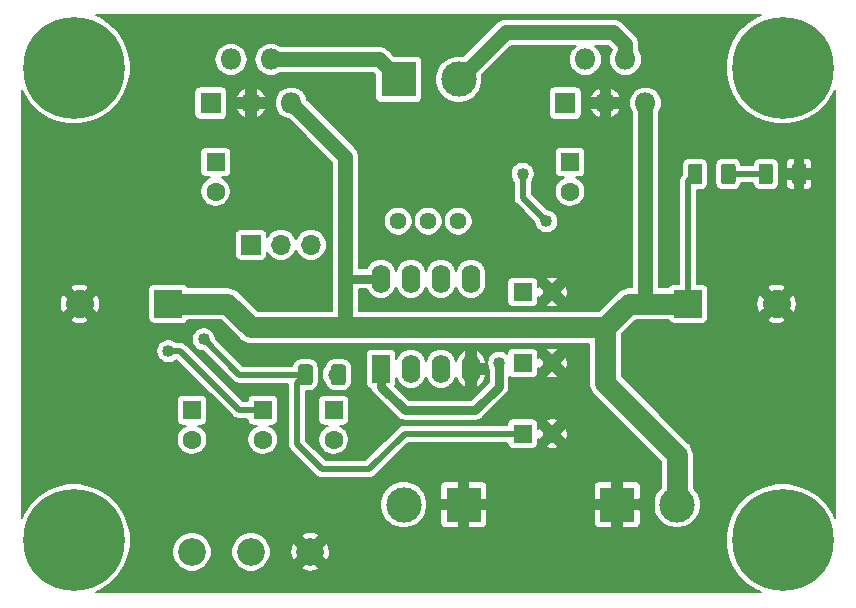
<source format=gbr>
G04 #@! TF.GenerationSoftware,KiCad,Pcbnew,(5.0.1)-3*
G04 #@! TF.CreationDate,2019-12-23T10:27:59+01:00*
G04 #@! TF.ProjectId,TDA2050 64W,54444132303530203634572E6B696361,rev?*
G04 #@! TF.SameCoordinates,PX68e7780PY7365040*
G04 #@! TF.FileFunction,Copper,L1,Top,Signal*
G04 #@! TF.FilePolarity,Positive*
%FSLAX46Y46*%
G04 Gerber Fmt 4.6, Leading zero omitted, Abs format (unit mm)*
G04 Created by KiCad (PCBNEW (5.0.1)-3) date 23/12/2019 10:27:59*
%MOMM*%
%LPD*%
G01*
G04 APERTURE LIST*
G04 #@! TA.AperFunction,ComponentPad*
%ADD10R,1.700000X1.700000*%
G04 #@! TD*
G04 #@! TA.AperFunction,ComponentPad*
%ADD11O,1.700000X1.700000*%
G04 #@! TD*
G04 #@! TA.AperFunction,ComponentPad*
%ADD12R,3.000000X3.000000*%
G04 #@! TD*
G04 #@! TA.AperFunction,ComponentPad*
%ADD13C,3.000000*%
G04 #@! TD*
G04 #@! TA.AperFunction,ComponentPad*
%ADD14C,2.340000*%
G04 #@! TD*
G04 #@! TA.AperFunction,ComponentPad*
%ADD15C,1.440000*%
G04 #@! TD*
G04 #@! TA.AperFunction,ComponentPad*
%ADD16R,1.600000X2.400000*%
G04 #@! TD*
G04 #@! TA.AperFunction,ComponentPad*
%ADD17O,1.600000X2.400000*%
G04 #@! TD*
G04 #@! TA.AperFunction,ComponentPad*
%ADD18R,1.800000X1.800000*%
G04 #@! TD*
G04 #@! TA.AperFunction,ComponentPad*
%ADD19O,1.800000X1.800000*%
G04 #@! TD*
G04 #@! TA.AperFunction,Conductor*
%ADD20C,0.050800*%
G04 #@! TD*
G04 #@! TA.AperFunction,SMDPad,CuDef*
%ADD21C,1.250000*%
G04 #@! TD*
G04 #@! TA.AperFunction,ComponentPad*
%ADD22C,1.600000*%
G04 #@! TD*
G04 #@! TA.AperFunction,ComponentPad*
%ADD23R,1.600000X1.600000*%
G04 #@! TD*
G04 #@! TA.AperFunction,ComponentPad*
%ADD24R,2.400000X2.400000*%
G04 #@! TD*
G04 #@! TA.AperFunction,ComponentPad*
%ADD25C,2.400000*%
G04 #@! TD*
G04 #@! TA.AperFunction,ComponentPad*
%ADD26C,0.900000*%
G04 #@! TD*
G04 #@! TA.AperFunction,ComponentPad*
%ADD27C,8.600000*%
G04 #@! TD*
G04 #@! TA.AperFunction,ViaPad*
%ADD28C,1.016000*%
G04 #@! TD*
G04 #@! TA.AperFunction,Conductor*
%ADD29C,0.508000*%
G04 #@! TD*
G04 #@! TA.AperFunction,Conductor*
%ADD30C,1.778000*%
G04 #@! TD*
G04 #@! TA.AperFunction,Conductor*
%ADD31C,1.270000*%
G04 #@! TD*
G04 #@! TA.AperFunction,Conductor*
%ADD32C,0.762000*%
G04 #@! TD*
G04 #@! TA.AperFunction,Conductor*
%ADD33C,0.200000*%
G04 #@! TD*
G04 APERTURE END LIST*
D10*
G04 #@! TO.P,J1,1*
G04 #@! TO.N,Net-(C3-Pad1)*
X20000000Y30000000D03*
D11*
G04 #@! TO.P,J1,2*
G04 #@! TO.N,Net-(C1-Pad1)*
X22540000Y30000000D03*
G04 #@! TO.P,J1,3*
G04 #@! TO.N,Net-(C2-Pad2)*
X25080000Y30000000D03*
G04 #@! TD*
D12*
G04 #@! TO.P,J2,1*
G04 #@! TO.N,GND*
X38000000Y8000000D03*
D13*
G04 #@! TO.P,J2,2*
G04 #@! TO.N,Net-(C2-Pad2)*
X32920000Y8000000D03*
G04 #@! TD*
D12*
G04 #@! TO.P,J3,1*
G04 #@! TO.N,Net-(J3-Pad1)*
X32500000Y44000000D03*
D13*
G04 #@! TO.P,J3,2*
G04 #@! TO.N,Net-(J3-Pad2)*
X37580000Y44000000D03*
G04 #@! TD*
G04 #@! TO.P,J4,2*
G04 #@! TO.N,VCC*
X56080000Y8000000D03*
D12*
G04 #@! TO.P,J4,1*
G04 #@! TO.N,GND*
X51000000Y8000000D03*
G04 #@! TD*
D14*
G04 #@! TO.P,RV1,3*
G04 #@! TO.N,GND*
X25000000Y4000000D03*
G04 #@! TO.P,RV1,2*
G04 #@! TO.N,Net-(C4-Pad2)*
X20000000Y4000000D03*
G04 #@! TO.P,RV1,1*
G04 #@! TO.N,Net-(C1-Pad2)*
X15000000Y4000000D03*
G04 #@! TD*
D15*
G04 #@! TO.P,RV2,1*
G04 #@! TO.N,Net-(R8-Pad1)*
X37540000Y32000000D03*
G04 #@! TO.P,RV2,2*
X35000000Y32000000D03*
G04 #@! TO.P,RV2,3*
G04 #@! TO.N,Net-(R2-Pad2)*
X32460000Y32000000D03*
G04 #@! TD*
D16*
G04 #@! TO.P,U1,1*
G04 #@! TO.N,Net-(R5-Pad1)*
X31000000Y19500000D03*
D17*
G04 #@! TO.P,U1,5*
X38620000Y27120000D03*
G04 #@! TO.P,U1,2*
G04 #@! TO.N,Net-(C5-Pad2)*
X33540000Y19500000D03*
G04 #@! TO.P,U1,6*
G04 #@! TO.N,Net-(R8-Pad1)*
X36080000Y27120000D03*
G04 #@! TO.P,U1,3*
G04 #@! TO.N,Net-(R1-Pad1)*
X36080000Y19500000D03*
G04 #@! TO.P,U1,7*
G04 #@! TO.N,Net-(R2-Pad2)*
X33540000Y27120000D03*
G04 #@! TO.P,U1,4*
G04 #@! TO.N,GND*
X38620000Y19500000D03*
G04 #@! TO.P,U1,8*
G04 #@! TO.N,VCC*
X31000000Y27120000D03*
G04 #@! TD*
D18*
G04 #@! TO.P,U2,1*
G04 #@! TO.N,Net-(C4-Pad1)*
X16600000Y42000000D03*
D19*
G04 #@! TO.P,U2,2*
G04 #@! TO.N,Net-(C10-Pad1)*
X18300000Y45700000D03*
G04 #@! TO.P,U2,3*
G04 #@! TO.N,GND*
X20000000Y42000000D03*
G04 #@! TO.P,U2,4*
G04 #@! TO.N,Net-(J3-Pad1)*
X21700000Y45700000D03*
G04 #@! TO.P,U2,5*
G04 #@! TO.N,VCC*
X23400000Y42000000D03*
G04 #@! TD*
G04 #@! TO.P,U3,5*
G04 #@! TO.N,VCC*
X53400000Y42000000D03*
G04 #@! TO.P,U3,4*
G04 #@! TO.N,Net-(J3-Pad2)*
X51700000Y45700000D03*
G04 #@! TO.P,U3,3*
G04 #@! TO.N,GND*
X50000000Y42000000D03*
G04 #@! TO.P,U3,2*
G04 #@! TO.N,Net-(C11-Pad1)*
X48300000Y45700000D03*
D18*
G04 #@! TO.P,U3,1*
G04 #@! TO.N,Net-(R10-Pad2)*
X46600000Y42000000D03*
G04 #@! TD*
D20*
G04 #@! TO.N,GND*
G04 #@! TO.C,D1*
G36*
X66799504Y36873796D02*
X66823773Y36870196D01*
X66847571Y36864235D01*
X66870671Y36855970D01*
X66892849Y36845480D01*
X66913893Y36832867D01*
X66933598Y36818253D01*
X66951777Y36801777D01*
X66968253Y36783598D01*
X66982867Y36763893D01*
X66995480Y36742849D01*
X67005970Y36720671D01*
X67014235Y36697571D01*
X67020196Y36673773D01*
X67023796Y36649504D01*
X67025000Y36625000D01*
X67025000Y35375000D01*
X67023796Y35350496D01*
X67020196Y35326227D01*
X67014235Y35302429D01*
X67005970Y35279329D01*
X66995480Y35257151D01*
X66982867Y35236107D01*
X66968253Y35216402D01*
X66951777Y35198223D01*
X66933598Y35181747D01*
X66913893Y35167133D01*
X66892849Y35154520D01*
X66870671Y35144030D01*
X66847571Y35135765D01*
X66823773Y35129804D01*
X66799504Y35126204D01*
X66775000Y35125000D01*
X66025000Y35125000D01*
X66000496Y35126204D01*
X65976227Y35129804D01*
X65952429Y35135765D01*
X65929329Y35144030D01*
X65907151Y35154520D01*
X65886107Y35167133D01*
X65866402Y35181747D01*
X65848223Y35198223D01*
X65831747Y35216402D01*
X65817133Y35236107D01*
X65804520Y35257151D01*
X65794030Y35279329D01*
X65785765Y35302429D01*
X65779804Y35326227D01*
X65776204Y35350496D01*
X65775000Y35375000D01*
X65775000Y36625000D01*
X65776204Y36649504D01*
X65779804Y36673773D01*
X65785765Y36697571D01*
X65794030Y36720671D01*
X65804520Y36742849D01*
X65817133Y36763893D01*
X65831747Y36783598D01*
X65848223Y36801777D01*
X65866402Y36818253D01*
X65886107Y36832867D01*
X65907151Y36845480D01*
X65929329Y36855970D01*
X65952429Y36864235D01*
X65976227Y36870196D01*
X66000496Y36873796D01*
X66025000Y36875000D01*
X66775000Y36875000D01*
X66799504Y36873796D01*
X66799504Y36873796D01*
G37*
D21*
G04 #@! TD*
G04 #@! TO.P,D1,1*
G04 #@! TO.N,GND*
X66400000Y36000000D03*
D20*
G04 #@! TO.N,Net-(D1-Pad2)*
G04 #@! TO.C,D1*
G36*
X63999504Y36873796D02*
X64023773Y36870196D01*
X64047571Y36864235D01*
X64070671Y36855970D01*
X64092849Y36845480D01*
X64113893Y36832867D01*
X64133598Y36818253D01*
X64151777Y36801777D01*
X64168253Y36783598D01*
X64182867Y36763893D01*
X64195480Y36742849D01*
X64205970Y36720671D01*
X64214235Y36697571D01*
X64220196Y36673773D01*
X64223796Y36649504D01*
X64225000Y36625000D01*
X64225000Y35375000D01*
X64223796Y35350496D01*
X64220196Y35326227D01*
X64214235Y35302429D01*
X64205970Y35279329D01*
X64195480Y35257151D01*
X64182867Y35236107D01*
X64168253Y35216402D01*
X64151777Y35198223D01*
X64133598Y35181747D01*
X64113893Y35167133D01*
X64092849Y35154520D01*
X64070671Y35144030D01*
X64047571Y35135765D01*
X64023773Y35129804D01*
X63999504Y35126204D01*
X63975000Y35125000D01*
X63225000Y35125000D01*
X63200496Y35126204D01*
X63176227Y35129804D01*
X63152429Y35135765D01*
X63129329Y35144030D01*
X63107151Y35154520D01*
X63086107Y35167133D01*
X63066402Y35181747D01*
X63048223Y35198223D01*
X63031747Y35216402D01*
X63017133Y35236107D01*
X63004520Y35257151D01*
X62994030Y35279329D01*
X62985765Y35302429D01*
X62979804Y35326227D01*
X62976204Y35350496D01*
X62975000Y35375000D01*
X62975000Y36625000D01*
X62976204Y36649504D01*
X62979804Y36673773D01*
X62985765Y36697571D01*
X62994030Y36720671D01*
X63004520Y36742849D01*
X63017133Y36763893D01*
X63031747Y36783598D01*
X63048223Y36801777D01*
X63066402Y36818253D01*
X63086107Y36832867D01*
X63107151Y36845480D01*
X63129329Y36855970D01*
X63152429Y36864235D01*
X63176227Y36870196D01*
X63200496Y36873796D01*
X63225000Y36875000D01*
X63975000Y36875000D01*
X63999504Y36873796D01*
X63999504Y36873796D01*
G37*
D21*
G04 #@! TD*
G04 #@! TO.P,D1,2*
G04 #@! TO.N,Net-(D1-Pad2)*
X63600000Y36000000D03*
D20*
G04 #@! TO.N,GNDREF*
G04 #@! TO.C,R4*
G36*
X24999504Y19873796D02*
X25023773Y19870196D01*
X25047571Y19864235D01*
X25070671Y19855970D01*
X25092849Y19845480D01*
X25113893Y19832867D01*
X25133598Y19818253D01*
X25151777Y19801777D01*
X25168253Y19783598D01*
X25182867Y19763893D01*
X25195480Y19742849D01*
X25205970Y19720671D01*
X25214235Y19697571D01*
X25220196Y19673773D01*
X25223796Y19649504D01*
X25225000Y19625000D01*
X25225000Y18375000D01*
X25223796Y18350496D01*
X25220196Y18326227D01*
X25214235Y18302429D01*
X25205970Y18279329D01*
X25195480Y18257151D01*
X25182867Y18236107D01*
X25168253Y18216402D01*
X25151777Y18198223D01*
X25133598Y18181747D01*
X25113893Y18167133D01*
X25092849Y18154520D01*
X25070671Y18144030D01*
X25047571Y18135765D01*
X25023773Y18129804D01*
X24999504Y18126204D01*
X24975000Y18125000D01*
X24225000Y18125000D01*
X24200496Y18126204D01*
X24176227Y18129804D01*
X24152429Y18135765D01*
X24129329Y18144030D01*
X24107151Y18154520D01*
X24086107Y18167133D01*
X24066402Y18181747D01*
X24048223Y18198223D01*
X24031747Y18216402D01*
X24017133Y18236107D01*
X24004520Y18257151D01*
X23994030Y18279329D01*
X23985765Y18302429D01*
X23979804Y18326227D01*
X23976204Y18350496D01*
X23975000Y18375000D01*
X23975000Y19625000D01*
X23976204Y19649504D01*
X23979804Y19673773D01*
X23985765Y19697571D01*
X23994030Y19720671D01*
X24004520Y19742849D01*
X24017133Y19763893D01*
X24031747Y19783598D01*
X24048223Y19801777D01*
X24066402Y19818253D01*
X24086107Y19832867D01*
X24107151Y19845480D01*
X24129329Y19855970D01*
X24152429Y19864235D01*
X24176227Y19870196D01*
X24200496Y19873796D01*
X24225000Y19875000D01*
X24975000Y19875000D01*
X24999504Y19873796D01*
X24999504Y19873796D01*
G37*
D21*
G04 #@! TD*
G04 #@! TO.P,R4,2*
G04 #@! TO.N,GNDREF*
X24600000Y19000000D03*
D20*
G04 #@! TO.N,Net-(C2-Pad1)*
G04 #@! TO.C,R4*
G36*
X27799504Y19873796D02*
X27823773Y19870196D01*
X27847571Y19864235D01*
X27870671Y19855970D01*
X27892849Y19845480D01*
X27913893Y19832867D01*
X27933598Y19818253D01*
X27951777Y19801777D01*
X27968253Y19783598D01*
X27982867Y19763893D01*
X27995480Y19742849D01*
X28005970Y19720671D01*
X28014235Y19697571D01*
X28020196Y19673773D01*
X28023796Y19649504D01*
X28025000Y19625000D01*
X28025000Y18375000D01*
X28023796Y18350496D01*
X28020196Y18326227D01*
X28014235Y18302429D01*
X28005970Y18279329D01*
X27995480Y18257151D01*
X27982867Y18236107D01*
X27968253Y18216402D01*
X27951777Y18198223D01*
X27933598Y18181747D01*
X27913893Y18167133D01*
X27892849Y18154520D01*
X27870671Y18144030D01*
X27847571Y18135765D01*
X27823773Y18129804D01*
X27799504Y18126204D01*
X27775000Y18125000D01*
X27025000Y18125000D01*
X27000496Y18126204D01*
X26976227Y18129804D01*
X26952429Y18135765D01*
X26929329Y18144030D01*
X26907151Y18154520D01*
X26886107Y18167133D01*
X26866402Y18181747D01*
X26848223Y18198223D01*
X26831747Y18216402D01*
X26817133Y18236107D01*
X26804520Y18257151D01*
X26794030Y18279329D01*
X26785765Y18302429D01*
X26779804Y18326227D01*
X26776204Y18350496D01*
X26775000Y18375000D01*
X26775000Y19625000D01*
X26776204Y19649504D01*
X26779804Y19673773D01*
X26785765Y19697571D01*
X26794030Y19720671D01*
X26804520Y19742849D01*
X26817133Y19763893D01*
X26831747Y19783598D01*
X26848223Y19801777D01*
X26866402Y19818253D01*
X26886107Y19832867D01*
X26907151Y19845480D01*
X26929329Y19855970D01*
X26952429Y19864235D01*
X26976227Y19870196D01*
X27000496Y19873796D01*
X27025000Y19875000D01*
X27775000Y19875000D01*
X27799504Y19873796D01*
X27799504Y19873796D01*
G37*
D21*
G04 #@! TD*
G04 #@! TO.P,R4,1*
G04 #@! TO.N,Net-(C2-Pad1)*
X27400000Y19000000D03*
D20*
G04 #@! TO.N,Net-(D1-Pad2)*
G04 #@! TO.C,R16*
G36*
X60799504Y36873796D02*
X60823773Y36870196D01*
X60847571Y36864235D01*
X60870671Y36855970D01*
X60892849Y36845480D01*
X60913893Y36832867D01*
X60933598Y36818253D01*
X60951777Y36801777D01*
X60968253Y36783598D01*
X60982867Y36763893D01*
X60995480Y36742849D01*
X61005970Y36720671D01*
X61014235Y36697571D01*
X61020196Y36673773D01*
X61023796Y36649504D01*
X61025000Y36625000D01*
X61025000Y35375000D01*
X61023796Y35350496D01*
X61020196Y35326227D01*
X61014235Y35302429D01*
X61005970Y35279329D01*
X60995480Y35257151D01*
X60982867Y35236107D01*
X60968253Y35216402D01*
X60951777Y35198223D01*
X60933598Y35181747D01*
X60913893Y35167133D01*
X60892849Y35154520D01*
X60870671Y35144030D01*
X60847571Y35135765D01*
X60823773Y35129804D01*
X60799504Y35126204D01*
X60775000Y35125000D01*
X60025000Y35125000D01*
X60000496Y35126204D01*
X59976227Y35129804D01*
X59952429Y35135765D01*
X59929329Y35144030D01*
X59907151Y35154520D01*
X59886107Y35167133D01*
X59866402Y35181747D01*
X59848223Y35198223D01*
X59831747Y35216402D01*
X59817133Y35236107D01*
X59804520Y35257151D01*
X59794030Y35279329D01*
X59785765Y35302429D01*
X59779804Y35326227D01*
X59776204Y35350496D01*
X59775000Y35375000D01*
X59775000Y36625000D01*
X59776204Y36649504D01*
X59779804Y36673773D01*
X59785765Y36697571D01*
X59794030Y36720671D01*
X59804520Y36742849D01*
X59817133Y36763893D01*
X59831747Y36783598D01*
X59848223Y36801777D01*
X59866402Y36818253D01*
X59886107Y36832867D01*
X59907151Y36845480D01*
X59929329Y36855970D01*
X59952429Y36864235D01*
X59976227Y36870196D01*
X60000496Y36873796D01*
X60025000Y36875000D01*
X60775000Y36875000D01*
X60799504Y36873796D01*
X60799504Y36873796D01*
G37*
D21*
G04 #@! TD*
G04 #@! TO.P,R16,2*
G04 #@! TO.N,Net-(D1-Pad2)*
X60400000Y36000000D03*
D20*
G04 #@! TO.N,VCC*
G04 #@! TO.C,R16*
G36*
X57999504Y36873796D02*
X58023773Y36870196D01*
X58047571Y36864235D01*
X58070671Y36855970D01*
X58092849Y36845480D01*
X58113893Y36832867D01*
X58133598Y36818253D01*
X58151777Y36801777D01*
X58168253Y36783598D01*
X58182867Y36763893D01*
X58195480Y36742849D01*
X58205970Y36720671D01*
X58214235Y36697571D01*
X58220196Y36673773D01*
X58223796Y36649504D01*
X58225000Y36625000D01*
X58225000Y35375000D01*
X58223796Y35350496D01*
X58220196Y35326227D01*
X58214235Y35302429D01*
X58205970Y35279329D01*
X58195480Y35257151D01*
X58182867Y35236107D01*
X58168253Y35216402D01*
X58151777Y35198223D01*
X58133598Y35181747D01*
X58113893Y35167133D01*
X58092849Y35154520D01*
X58070671Y35144030D01*
X58047571Y35135765D01*
X58023773Y35129804D01*
X57999504Y35126204D01*
X57975000Y35125000D01*
X57225000Y35125000D01*
X57200496Y35126204D01*
X57176227Y35129804D01*
X57152429Y35135765D01*
X57129329Y35144030D01*
X57107151Y35154520D01*
X57086107Y35167133D01*
X57066402Y35181747D01*
X57048223Y35198223D01*
X57031747Y35216402D01*
X57017133Y35236107D01*
X57004520Y35257151D01*
X56994030Y35279329D01*
X56985765Y35302429D01*
X56979804Y35326227D01*
X56976204Y35350496D01*
X56975000Y35375000D01*
X56975000Y36625000D01*
X56976204Y36649504D01*
X56979804Y36673773D01*
X56985765Y36697571D01*
X56994030Y36720671D01*
X57004520Y36742849D01*
X57017133Y36763893D01*
X57031747Y36783598D01*
X57048223Y36801777D01*
X57066402Y36818253D01*
X57086107Y36832867D01*
X57107151Y36845480D01*
X57129329Y36855970D01*
X57152429Y36864235D01*
X57176227Y36870196D01*
X57200496Y36873796D01*
X57225000Y36875000D01*
X57975000Y36875000D01*
X57999504Y36873796D01*
X57999504Y36873796D01*
G37*
D21*
G04 #@! TD*
G04 #@! TO.P,R16,1*
G04 #@! TO.N,VCC*
X57600000Y36000000D03*
D22*
G04 #@! TO.P,C1,2*
G04 #@! TO.N,Net-(C1-Pad2)*
X15000000Y13500000D03*
D23*
G04 #@! TO.P,C1,1*
G04 #@! TO.N,Net-(C1-Pad1)*
X15000000Y16000000D03*
G04 #@! TD*
G04 #@! TO.P,C2,1*
G04 #@! TO.N,Net-(C2-Pad1)*
X27000000Y16000000D03*
D22*
G04 #@! TO.P,C2,2*
G04 #@! TO.N,Net-(C2-Pad2)*
X27000000Y13500000D03*
G04 #@! TD*
D23*
G04 #@! TO.P,C4,1*
G04 #@! TO.N,Net-(C4-Pad1)*
X21000000Y16000000D03*
D22*
G04 #@! TO.P,C4,2*
G04 #@! TO.N,Net-(C4-Pad2)*
X21000000Y13500000D03*
G04 #@! TD*
G04 #@! TO.P,C6,2*
G04 #@! TO.N,GND*
X45500000Y20000000D03*
D23*
G04 #@! TO.P,C6,1*
G04 #@! TO.N,Net-(C6-Pad1)*
X43000000Y20000000D03*
G04 #@! TD*
D22*
G04 #@! TO.P,C7,2*
G04 #@! TO.N,GND*
X45500000Y26000000D03*
D23*
G04 #@! TO.P,C7,1*
G04 #@! TO.N,Net-(C7-Pad1)*
X43000000Y26000000D03*
G04 #@! TD*
D22*
G04 #@! TO.P,C10,2*
G04 #@! TO.N,Net-(C10-Pad2)*
X17000000Y34500000D03*
D23*
G04 #@! TO.P,C10,1*
G04 #@! TO.N,Net-(C10-Pad1)*
X17000000Y37000000D03*
G04 #@! TD*
G04 #@! TO.P,C11,1*
G04 #@! TO.N,Net-(C11-Pad1)*
X47000000Y37000000D03*
D22*
G04 #@! TO.P,C11,2*
G04 #@! TO.N,Net-(C11-Pad2)*
X47000000Y34500000D03*
G04 #@! TD*
D24*
G04 #@! TO.P,C15,1*
G04 #@! TO.N,VCC*
X57000000Y25000000D03*
D25*
G04 #@! TO.P,C15,2*
G04 #@! TO.N,GND*
X64500000Y25000000D03*
G04 #@! TD*
G04 #@! TO.P,C16,2*
G04 #@! TO.N,GND*
X5500000Y25000000D03*
D24*
G04 #@! TO.P,C16,1*
G04 #@! TO.N,VCC*
X13000000Y25000000D03*
G04 #@! TD*
D23*
G04 #@! TO.P,C19,1*
G04 #@! TO.N,GNDREF*
X43000000Y14000000D03*
D22*
G04 #@! TO.P,C19,2*
G04 #@! TO.N,GND*
X45500000Y14000000D03*
G04 #@! TD*
D26*
G04 #@! TO.P,REF\002A\002A,1*
G04 #@! TO.N,N/C*
X67280419Y47280419D03*
X65000000Y48225000D03*
X62719581Y47280419D03*
X61775000Y45000000D03*
X62719581Y42719581D03*
X65000000Y41775000D03*
X67280419Y42719581D03*
X68225000Y45000000D03*
D27*
X65000000Y45000000D03*
G04 #@! TD*
D26*
G04 #@! TO.P,REF\002A\002A,1*
G04 #@! TO.N,N/C*
X7280419Y47280419D03*
X5000000Y48225000D03*
X2719581Y47280419D03*
X1775000Y45000000D03*
X2719581Y42719581D03*
X5000000Y41775000D03*
X7280419Y42719581D03*
X8225000Y45000000D03*
D27*
X5000000Y45000000D03*
G04 #@! TD*
D26*
G04 #@! TO.P,REF\002A\002A,1*
G04 #@! TO.N,N/C*
X7280419Y7280419D03*
X5000000Y8225000D03*
X2719581Y7280419D03*
X1775000Y5000000D03*
X2719581Y2719581D03*
X5000000Y1775000D03*
X7280419Y2719581D03*
X8225000Y5000000D03*
D27*
X5000000Y5000000D03*
G04 #@! TD*
D26*
G04 #@! TO.P,REF\002A\002A,1*
G04 #@! TO.N,N/C*
X67280419Y7280419D03*
X65000000Y8225000D03*
X62719581Y7280419D03*
X61775000Y5000000D03*
X62719581Y2719581D03*
X65000000Y1775000D03*
X67280419Y2719581D03*
X68225000Y5000000D03*
D27*
X65000000Y5000000D03*
G04 #@! TD*
D28*
G04 #@! TO.N,Net-(C2-Pad1)*
X27000000Y19000000D03*
G04 #@! TO.N,GND*
X29000000Y17000000D03*
X23000000Y21000000D03*
X25000000Y35000000D03*
X23000000Y35000000D03*
X50000000Y31000000D03*
X1000000Y39000000D03*
X1000000Y37000000D03*
X1000000Y35000000D03*
X1000000Y33000000D03*
X1000000Y31000000D03*
X1000000Y29000000D03*
X1000000Y27000000D03*
X1000000Y25000000D03*
X1000000Y23000000D03*
X1000000Y21000000D03*
X1000000Y19000000D03*
X1000000Y17000000D03*
X1000000Y15000000D03*
X1000000Y13000000D03*
X1000000Y11000000D03*
X69000000Y39000000D03*
X69000000Y37000000D03*
X69000000Y35000000D03*
X69000000Y33000000D03*
X69000000Y31000000D03*
X69000000Y29000000D03*
X69000000Y27000000D03*
X69000000Y25000000D03*
X69000000Y23000000D03*
X69000000Y21000000D03*
X69000000Y19000000D03*
X69000000Y17000000D03*
X69000000Y15000000D03*
X69000000Y13000000D03*
X69000000Y11000000D03*
X1000000Y9000000D03*
X1000000Y41000000D03*
X69000000Y9000000D03*
X69000000Y41000000D03*
X61000000Y49000000D03*
X59000000Y49000000D03*
X57000000Y49000000D03*
X55000000Y49000000D03*
X9000000Y49000000D03*
X11000000Y49000000D03*
X13000000Y49000000D03*
X15000000Y49000000D03*
X31000000Y49000000D03*
X33000000Y49000000D03*
X35000000Y49000000D03*
X37000000Y49000000D03*
X39000000Y49000000D03*
X9000000Y1000000D03*
X11000000Y1000000D03*
X13000000Y1000000D03*
X15000000Y1000000D03*
X17000000Y1000000D03*
X19000000Y1000000D03*
X21000000Y1000000D03*
X23000000Y1000000D03*
X25000000Y1000000D03*
X27000000Y1000000D03*
X29000000Y1000000D03*
X31000000Y1000000D03*
X33000000Y1000000D03*
X35000000Y1000000D03*
X37000000Y1000000D03*
X39000000Y1000000D03*
X41000000Y1000000D03*
X43000000Y1000000D03*
X45000000Y1000000D03*
X47000000Y1000000D03*
X49000000Y1000000D03*
X51000000Y1000000D03*
X53000000Y1000000D03*
X55000000Y1000000D03*
X57000000Y1000000D03*
X59000000Y1000000D03*
X61000000Y1000000D03*
X20000000Y27000000D03*
X27000000Y43000000D03*
X31000000Y36000000D03*
X43000000Y43000000D03*
X41000000Y36000000D03*
X29000000Y15000000D03*
X21000000Y21000000D03*
X30000000Y30000000D03*
X41000000Y28000000D03*
X18000000Y12000000D03*
X18000000Y8000000D03*
X49000000Y13000000D03*
X51000000Y13000000D03*
G04 #@! TO.N,Net-(C4-Pad1)*
X13000000Y21000000D03*
G04 #@! TO.N,GNDREF*
X43000000Y36000000D03*
X45000000Y32000000D03*
X16000000Y22000000D03*
G04 #@! TO.N,Net-(R5-Pad1)*
X41000000Y20000000D03*
G04 #@! TD*
D29*
G04 #@! TO.N,Net-(C4-Pad1)*
X13000000Y21000000D02*
X13000000Y21000000D01*
X13000000Y21000000D02*
X14000000Y21000000D01*
X14000000Y21000000D02*
X19000000Y16000000D01*
X19000000Y16000000D02*
X21000000Y16000000D01*
D30*
G04 #@! TO.N,VCC*
X13000000Y25000000D02*
X18000000Y25000000D01*
X18000000Y25000000D02*
X20000000Y23000000D01*
X52000000Y25000000D02*
X50000000Y23000000D01*
X50000000Y18295722D02*
X50000000Y23000000D01*
X56080000Y12215722D02*
X50000000Y18295722D01*
X56080000Y8000000D02*
X56080000Y12215722D01*
D29*
X57000000Y35400000D02*
X57600000Y36000000D01*
X57000000Y25000000D02*
X57000000Y35400000D01*
D31*
X23400000Y42000000D02*
X28000000Y37400000D01*
D30*
X50000000Y23000000D02*
X28000000Y23000000D01*
X28000000Y23000000D02*
X20000000Y23000000D01*
D31*
X53400000Y42000000D02*
X53400000Y25000000D01*
D30*
X57000000Y25000000D02*
X53400000Y25000000D01*
X53400000Y25000000D02*
X52000000Y25000000D01*
D32*
X28120000Y27120000D02*
X28000000Y27000000D01*
X31000000Y27120000D02*
X28120000Y27120000D01*
D31*
X28000000Y37400000D02*
X28000000Y27000000D01*
X28000000Y27000000D02*
X28000000Y23000000D01*
D29*
G04 #@! TO.N,GNDREF*
X43000000Y36000000D02*
X43000000Y34000000D01*
X43000000Y34000000D02*
X45000000Y32000000D01*
X45000000Y32000000D02*
X45000000Y32000000D01*
X33000000Y14000000D02*
X43000000Y14000000D01*
X30000000Y11000000D02*
X33000000Y14000000D01*
X26000000Y11000000D02*
X30000000Y11000000D01*
X23904290Y13095710D02*
X26000000Y11000000D01*
X23904290Y18304290D02*
X23904290Y13095710D01*
X24600000Y19000000D02*
X23904290Y18304290D01*
X24600000Y19000000D02*
X19000000Y19000000D01*
X19000000Y19000000D02*
X16000000Y22000000D01*
X16000000Y22000000D02*
X16000000Y22000000D01*
G04 #@! TO.N,Net-(D1-Pad2)*
X60400000Y36000000D02*
X63600000Y36000000D01*
D31*
G04 #@! TO.N,Net-(J3-Pad1)*
X30800000Y45700000D02*
X32500000Y44000000D01*
X21700000Y45700000D02*
X30800000Y45700000D01*
G04 #@! TO.N,Net-(J3-Pad2)*
X51700000Y46972792D02*
X50672792Y48000000D01*
X51700000Y45700000D02*
X51700000Y46972792D01*
X41580000Y48000000D02*
X37580000Y44000000D01*
X50672792Y48000000D02*
X41580000Y48000000D01*
D32*
G04 #@! TO.N,Net-(R5-Pad1)*
X41000000Y20000000D02*
X41000000Y18000000D01*
X41000000Y18000000D02*
X39000000Y16000000D01*
X39000000Y16000000D02*
X33000000Y16000000D01*
X33000000Y16000000D02*
X31000000Y18000000D01*
X31000000Y18000000D02*
X31000000Y19500000D01*
G04 #@! TD*
D33*
G04 #@! TO.N,GND*
G36*
X62726347Y49253705D02*
X61940178Y48728403D01*
X61271597Y48059822D01*
X60746295Y47273653D01*
X60384461Y46400108D01*
X60200000Y45472759D01*
X60200000Y44527241D01*
X60384461Y43599892D01*
X60746295Y42726347D01*
X61271597Y41940178D01*
X61940178Y41271597D01*
X62726347Y40746295D01*
X63599892Y40384461D01*
X64527241Y40200000D01*
X65472759Y40200000D01*
X66400108Y40384461D01*
X67273653Y40746295D01*
X68059822Y41271597D01*
X68728403Y41940178D01*
X69253705Y42726347D01*
X69425001Y43139892D01*
X69425000Y6860110D01*
X69253705Y7273653D01*
X68728403Y8059822D01*
X68059822Y8728403D01*
X67273653Y9253705D01*
X66400108Y9615539D01*
X65472759Y9800000D01*
X64527241Y9800000D01*
X63599892Y9615539D01*
X62726347Y9253705D01*
X61940178Y8728403D01*
X61271597Y8059822D01*
X60746295Y7273653D01*
X60384461Y6400108D01*
X60200000Y5472759D01*
X60200000Y4527241D01*
X60384461Y3599892D01*
X60746295Y2726347D01*
X61271597Y1940178D01*
X61940178Y1271597D01*
X62726347Y746295D01*
X63139890Y575000D01*
X6860110Y575000D01*
X7273653Y746295D01*
X8059822Y1271597D01*
X8728403Y1940178D01*
X9253705Y2726347D01*
X9615539Y3599892D01*
X9727842Y4164481D01*
X13330000Y4164481D01*
X13330000Y3835519D01*
X13394178Y3512879D01*
X13520066Y3208959D01*
X13702827Y2935437D01*
X13935437Y2702827D01*
X14208959Y2520066D01*
X14512879Y2394178D01*
X14835519Y2330000D01*
X15164481Y2330000D01*
X15487121Y2394178D01*
X15791041Y2520066D01*
X16064563Y2702827D01*
X16297173Y2935437D01*
X16479934Y3208959D01*
X16605822Y3512879D01*
X16670000Y3835519D01*
X16670000Y4164481D01*
X18330000Y4164481D01*
X18330000Y3835519D01*
X18394178Y3512879D01*
X18520066Y3208959D01*
X18702827Y2935437D01*
X18935437Y2702827D01*
X19208959Y2520066D01*
X19512879Y2394178D01*
X19835519Y2330000D01*
X20164481Y2330000D01*
X20487121Y2394178D01*
X20791041Y2520066D01*
X20994499Y2656012D01*
X24221697Y2656012D01*
X24365688Y2446423D01*
X24680964Y2352527D01*
X25008500Y2321942D01*
X25335710Y2355843D01*
X25634312Y2446423D01*
X25778303Y2656012D01*
X25000000Y3434315D01*
X24221697Y2656012D01*
X20994499Y2656012D01*
X21064563Y2702827D01*
X21297173Y2935437D01*
X21479934Y3208959D01*
X21605822Y3512879D01*
X21670000Y3835519D01*
X21670000Y3991500D01*
X23321942Y3991500D01*
X23355843Y3664290D01*
X23446423Y3365688D01*
X23656012Y3221697D01*
X24434315Y4000000D01*
X25565685Y4000000D01*
X26343988Y3221697D01*
X26553577Y3365688D01*
X26647473Y3680964D01*
X26678058Y4008500D01*
X26644157Y4335710D01*
X26553577Y4634312D01*
X26343988Y4778303D01*
X25565685Y4000000D01*
X24434315Y4000000D01*
X23656012Y4778303D01*
X23446423Y4634312D01*
X23352527Y4319036D01*
X23321942Y3991500D01*
X21670000Y3991500D01*
X21670000Y4164481D01*
X21605822Y4487121D01*
X21479934Y4791041D01*
X21297173Y5064563D01*
X21064563Y5297173D01*
X20994500Y5343988D01*
X24221697Y5343988D01*
X25000000Y4565685D01*
X25778303Y5343988D01*
X25634312Y5553577D01*
X25319036Y5647473D01*
X24991500Y5678058D01*
X24664290Y5644157D01*
X24365688Y5553577D01*
X24221697Y5343988D01*
X20994500Y5343988D01*
X20791041Y5479934D01*
X20487121Y5605822D01*
X20164481Y5670000D01*
X19835519Y5670000D01*
X19512879Y5605822D01*
X19208959Y5479934D01*
X18935437Y5297173D01*
X18702827Y5064563D01*
X18520066Y4791041D01*
X18394178Y4487121D01*
X18330000Y4164481D01*
X16670000Y4164481D01*
X16605822Y4487121D01*
X16479934Y4791041D01*
X16297173Y5064563D01*
X16064563Y5297173D01*
X15791041Y5479934D01*
X15487121Y5605822D01*
X15164481Y5670000D01*
X14835519Y5670000D01*
X14512879Y5605822D01*
X14208959Y5479934D01*
X13935437Y5297173D01*
X13702827Y5064563D01*
X13520066Y4791041D01*
X13394178Y4487121D01*
X13330000Y4164481D01*
X9727842Y4164481D01*
X9800000Y4527241D01*
X9800000Y5472759D01*
X9615539Y6400108D01*
X9253705Y7273653D01*
X8728403Y8059822D01*
X8591242Y8196983D01*
X30920000Y8196983D01*
X30920000Y7803017D01*
X30996859Y7416622D01*
X31147623Y7052645D01*
X31366499Y6725074D01*
X31645074Y6446499D01*
X31972645Y6227623D01*
X32336622Y6076859D01*
X32723017Y6000000D01*
X33116983Y6000000D01*
X33503378Y6076859D01*
X33867355Y6227623D01*
X34194926Y6446499D01*
X34473501Y6725074D01*
X34692377Y7052645D01*
X34843141Y7416622D01*
X34854753Y7475000D01*
X36000000Y7475000D01*
X36000000Y6450755D01*
X36019215Y6354156D01*
X36056906Y6263161D01*
X36111624Y6181269D01*
X36181268Y6111625D01*
X36263161Y6056906D01*
X36354155Y6019215D01*
X36450754Y6000000D01*
X37475000Y6000000D01*
X37600000Y6125000D01*
X37600000Y7600000D01*
X38400000Y7600000D01*
X38400000Y6125000D01*
X38525000Y6000000D01*
X39549246Y6000000D01*
X39645845Y6019215D01*
X39736839Y6056906D01*
X39818732Y6111625D01*
X39888376Y6181269D01*
X39943094Y6263161D01*
X39980785Y6354156D01*
X40000000Y6450755D01*
X40000000Y7475000D01*
X49000000Y7475000D01*
X49000000Y6450755D01*
X49019215Y6354156D01*
X49056906Y6263161D01*
X49111624Y6181269D01*
X49181268Y6111625D01*
X49263161Y6056906D01*
X49354155Y6019215D01*
X49450754Y6000000D01*
X50475000Y6000000D01*
X50600000Y6125000D01*
X50600000Y7600000D01*
X51400000Y7600000D01*
X51400000Y6125000D01*
X51525000Y6000000D01*
X52549246Y6000000D01*
X52645845Y6019215D01*
X52736839Y6056906D01*
X52818732Y6111625D01*
X52888376Y6181269D01*
X52943094Y6263161D01*
X52980785Y6354156D01*
X53000000Y6450755D01*
X53000000Y7475000D01*
X52875000Y7600000D01*
X51400000Y7600000D01*
X50600000Y7600000D01*
X49125000Y7600000D01*
X49000000Y7475000D01*
X40000000Y7475000D01*
X39875000Y7600000D01*
X38400000Y7600000D01*
X37600000Y7600000D01*
X36125000Y7600000D01*
X36000000Y7475000D01*
X34854753Y7475000D01*
X34920000Y7803017D01*
X34920000Y8196983D01*
X34843141Y8583378D01*
X34692377Y8947355D01*
X34473501Y9274926D01*
X34199182Y9549245D01*
X36000000Y9549245D01*
X36000000Y8525000D01*
X36125000Y8400000D01*
X37600000Y8400000D01*
X37600000Y9875000D01*
X38400000Y9875000D01*
X38400000Y8400000D01*
X39875000Y8400000D01*
X40000000Y8525000D01*
X40000000Y9549245D01*
X49000000Y9549245D01*
X49000000Y8525000D01*
X49125000Y8400000D01*
X50600000Y8400000D01*
X50600000Y9875000D01*
X51400000Y9875000D01*
X51400000Y8400000D01*
X52875000Y8400000D01*
X53000000Y8525000D01*
X53000000Y9549245D01*
X52980785Y9645844D01*
X52943094Y9736839D01*
X52888376Y9818731D01*
X52818732Y9888375D01*
X52736839Y9943094D01*
X52645845Y9980785D01*
X52549246Y10000000D01*
X51525000Y10000000D01*
X51400000Y9875000D01*
X50600000Y9875000D01*
X50475000Y10000000D01*
X49450754Y10000000D01*
X49354155Y9980785D01*
X49263161Y9943094D01*
X49181268Y9888375D01*
X49111624Y9818731D01*
X49056906Y9736839D01*
X49019215Y9645844D01*
X49000000Y9549245D01*
X40000000Y9549245D01*
X39980785Y9645844D01*
X39943094Y9736839D01*
X39888376Y9818731D01*
X39818732Y9888375D01*
X39736839Y9943094D01*
X39645845Y9980785D01*
X39549246Y10000000D01*
X38525000Y10000000D01*
X38400000Y9875000D01*
X37600000Y9875000D01*
X37475000Y10000000D01*
X36450754Y10000000D01*
X36354155Y9980785D01*
X36263161Y9943094D01*
X36181268Y9888375D01*
X36111624Y9818731D01*
X36056906Y9736839D01*
X36019215Y9645844D01*
X36000000Y9549245D01*
X34199182Y9549245D01*
X34194926Y9553501D01*
X33867355Y9772377D01*
X33503378Y9923141D01*
X33116983Y10000000D01*
X32723017Y10000000D01*
X32336622Y9923141D01*
X31972645Y9772377D01*
X31645074Y9553501D01*
X31366499Y9274926D01*
X31147623Y8947355D01*
X30996859Y8583378D01*
X30920000Y8196983D01*
X8591242Y8196983D01*
X8059822Y8728403D01*
X7273653Y9253705D01*
X6400108Y9615539D01*
X5472759Y9800000D01*
X4527241Y9800000D01*
X3599892Y9615539D01*
X2726347Y9253705D01*
X1940178Y8728403D01*
X1271597Y8059822D01*
X746295Y7273653D01*
X575000Y6860110D01*
X575000Y16800000D01*
X13697581Y16800000D01*
X13697581Y15200000D01*
X13707235Y15101983D01*
X13735825Y15007733D01*
X13782254Y14920871D01*
X13844736Y14844736D01*
X13920871Y14782254D01*
X14007733Y14735825D01*
X14101983Y14707235D01*
X14200000Y14697581D01*
X14494152Y14697581D01*
X14384219Y14652045D01*
X14171298Y14509776D01*
X13990224Y14328702D01*
X13847955Y14115781D01*
X13749958Y13879196D01*
X13700000Y13628039D01*
X13700000Y13371961D01*
X13749958Y13120804D01*
X13847955Y12884219D01*
X13990224Y12671298D01*
X14171298Y12490224D01*
X14384219Y12347955D01*
X14620804Y12249958D01*
X14871961Y12200000D01*
X15128039Y12200000D01*
X15379196Y12249958D01*
X15615781Y12347955D01*
X15828702Y12490224D01*
X16009776Y12671298D01*
X16152045Y12884219D01*
X16250042Y13120804D01*
X16300000Y13371961D01*
X16300000Y13628039D01*
X16250042Y13879196D01*
X16152045Y14115781D01*
X16009776Y14328702D01*
X15828702Y14509776D01*
X15615781Y14652045D01*
X15505848Y14697581D01*
X15800000Y14697581D01*
X15898017Y14707235D01*
X15992267Y14735825D01*
X16079129Y14782254D01*
X16155264Y14844736D01*
X16217746Y14920871D01*
X16264175Y15007733D01*
X16292765Y15101983D01*
X16302419Y15200000D01*
X16302419Y16800000D01*
X16292765Y16898017D01*
X16264175Y16992267D01*
X16217746Y17079129D01*
X16155264Y17155264D01*
X16079129Y17217746D01*
X15992267Y17264175D01*
X15898017Y17292765D01*
X15800000Y17302419D01*
X14200000Y17302419D01*
X14101983Y17292765D01*
X14007733Y17264175D01*
X13920871Y17217746D01*
X13844736Y17155264D01*
X13782254Y17079129D01*
X13735825Y16992267D01*
X13707235Y16898017D01*
X13697581Y16800000D01*
X575000Y16800000D01*
X575000Y21099279D01*
X11992000Y21099279D01*
X11992000Y20900721D01*
X12030737Y20705977D01*
X12106722Y20522533D01*
X12217035Y20357438D01*
X12357438Y20217035D01*
X12522533Y20106722D01*
X12705977Y20030737D01*
X12900721Y19992000D01*
X13099279Y19992000D01*
X13294023Y20030737D01*
X13477467Y20106722D01*
X13642562Y20217035D01*
X13671527Y20246000D01*
X13687684Y20246000D01*
X18440651Y15493032D01*
X18464262Y15464262D01*
X18493032Y15440651D01*
X18579073Y15370039D01*
X18710060Y15300025D01*
X18852190Y15256910D01*
X19000000Y15242352D01*
X19037039Y15246000D01*
X19697581Y15246000D01*
X19697581Y15200000D01*
X19707235Y15101983D01*
X19735825Y15007733D01*
X19782254Y14920871D01*
X19844736Y14844736D01*
X19920871Y14782254D01*
X20007733Y14735825D01*
X20101983Y14707235D01*
X20200000Y14697581D01*
X20494152Y14697581D01*
X20384219Y14652045D01*
X20171298Y14509776D01*
X19990224Y14328702D01*
X19847955Y14115781D01*
X19749958Y13879196D01*
X19700000Y13628039D01*
X19700000Y13371961D01*
X19749958Y13120804D01*
X19847955Y12884219D01*
X19990224Y12671298D01*
X20171298Y12490224D01*
X20384219Y12347955D01*
X20620804Y12249958D01*
X20871961Y12200000D01*
X21128039Y12200000D01*
X21379196Y12249958D01*
X21615781Y12347955D01*
X21828702Y12490224D01*
X22009776Y12671298D01*
X22152045Y12884219D01*
X22250042Y13120804D01*
X22300000Y13371961D01*
X22300000Y13628039D01*
X22250042Y13879196D01*
X22152045Y14115781D01*
X22009776Y14328702D01*
X21828702Y14509776D01*
X21615781Y14652045D01*
X21505848Y14697581D01*
X21800000Y14697581D01*
X21898017Y14707235D01*
X21992267Y14735825D01*
X22079129Y14782254D01*
X22155264Y14844736D01*
X22217746Y14920871D01*
X22264175Y15007733D01*
X22292765Y15101983D01*
X22302419Y15200000D01*
X22302419Y16800000D01*
X22292765Y16898017D01*
X22264175Y16992267D01*
X22217746Y17079129D01*
X22155264Y17155264D01*
X22079129Y17217746D01*
X21992267Y17264175D01*
X21898017Y17292765D01*
X21800000Y17302419D01*
X20200000Y17302419D01*
X20101983Y17292765D01*
X20007733Y17264175D01*
X19920871Y17217746D01*
X19844736Y17155264D01*
X19782254Y17079129D01*
X19735825Y16992267D01*
X19707235Y16898017D01*
X19697581Y16800000D01*
X19697581Y16754000D01*
X19312317Y16754000D01*
X14559353Y21506963D01*
X14535738Y21535738D01*
X14420927Y21629961D01*
X14289939Y21699975D01*
X14147810Y21743090D01*
X14037039Y21754000D01*
X14037031Y21754000D01*
X14000000Y21757647D01*
X13962969Y21754000D01*
X13671527Y21754000D01*
X13642562Y21782965D01*
X13477467Y21893278D01*
X13294023Y21969263D01*
X13099279Y22008000D01*
X12900721Y22008000D01*
X12705977Y21969263D01*
X12522533Y21893278D01*
X12357438Y21782965D01*
X12217035Y21642562D01*
X12106722Y21477467D01*
X12030737Y21294023D01*
X11992000Y21099279D01*
X575000Y21099279D01*
X575000Y22099279D01*
X14992000Y22099279D01*
X14992000Y21900721D01*
X15030737Y21705977D01*
X15106722Y21522533D01*
X15217035Y21357438D01*
X15357438Y21217035D01*
X15522533Y21106722D01*
X15705977Y21030737D01*
X15900721Y20992000D01*
X15941684Y20992000D01*
X18440651Y18493032D01*
X18464262Y18464262D01*
X18493032Y18440651D01*
X18579073Y18370039D01*
X18710060Y18300025D01*
X18852190Y18256910D01*
X19000000Y18242352D01*
X19037039Y18246000D01*
X23150290Y18246000D01*
X23150291Y13132751D01*
X23146643Y13095710D01*
X23161200Y12947901D01*
X23204316Y12805771D01*
X23259129Y12703223D01*
X23274330Y12674783D01*
X23368553Y12559972D01*
X23397323Y12536361D01*
X25440651Y10493032D01*
X25464262Y10464262D01*
X25493032Y10440651D01*
X25579073Y10370039D01*
X25710061Y10300025D01*
X25852190Y10256910D01*
X26000000Y10242352D01*
X26037039Y10246000D01*
X29962969Y10246000D01*
X30000000Y10242353D01*
X30037031Y10246000D01*
X30037039Y10246000D01*
X30147810Y10256910D01*
X30289939Y10300025D01*
X30420927Y10370039D01*
X30535738Y10464262D01*
X30559353Y10493037D01*
X33312317Y13246000D01*
X41697581Y13246000D01*
X41697581Y13200000D01*
X41707235Y13101983D01*
X41735825Y13007733D01*
X41782254Y12920871D01*
X41844736Y12844736D01*
X41920871Y12782254D01*
X42007733Y12735825D01*
X42101983Y12707235D01*
X42200000Y12697581D01*
X43800000Y12697581D01*
X43898017Y12707235D01*
X43992267Y12735825D01*
X44079129Y12782254D01*
X44155264Y12844736D01*
X44217746Y12920871D01*
X44223269Y12931204D01*
X44996889Y12931204D01*
X45092672Y12758840D01*
X45342637Y12703223D01*
X45598649Y12697441D01*
X45850871Y12741715D01*
X45907328Y12758840D01*
X46003111Y12931204D01*
X45500000Y13434315D01*
X44996889Y12931204D01*
X44223269Y12931204D01*
X44264175Y13007733D01*
X44292765Y13101983D01*
X44302419Y13200000D01*
X44302419Y13568455D01*
X44431204Y13496889D01*
X44934315Y14000000D01*
X46065685Y14000000D01*
X46568796Y13496889D01*
X46741160Y13592672D01*
X46796777Y13842637D01*
X46802559Y14098649D01*
X46758285Y14350871D01*
X46741160Y14407328D01*
X46568796Y14503111D01*
X46065685Y14000000D01*
X44934315Y14000000D01*
X44431204Y14503111D01*
X44302419Y14431545D01*
X44302419Y14800000D01*
X44292765Y14898017D01*
X44264175Y14992267D01*
X44223270Y15068796D01*
X44996889Y15068796D01*
X45500000Y14565685D01*
X46003111Y15068796D01*
X45907328Y15241160D01*
X45657363Y15296777D01*
X45401351Y15302559D01*
X45149129Y15258285D01*
X45092672Y15241160D01*
X44996889Y15068796D01*
X44223270Y15068796D01*
X44217746Y15079129D01*
X44155264Y15155264D01*
X44079129Y15217746D01*
X43992267Y15264175D01*
X43898017Y15292765D01*
X43800000Y15302419D01*
X42200000Y15302419D01*
X42101983Y15292765D01*
X42007733Y15264175D01*
X41920871Y15217746D01*
X41844736Y15155264D01*
X41782254Y15079129D01*
X41735825Y14992267D01*
X41707235Y14898017D01*
X41697581Y14800000D01*
X41697581Y14754000D01*
X33037039Y14754000D01*
X33000000Y14757648D01*
X32852190Y14743090D01*
X32710060Y14699975D01*
X32579073Y14629961D01*
X32500753Y14565685D01*
X32464262Y14535738D01*
X32440651Y14506968D01*
X29687684Y11754000D01*
X26312317Y11754000D01*
X24658290Y13408026D01*
X24658290Y16800000D01*
X25697581Y16800000D01*
X25697581Y15200000D01*
X25707235Y15101983D01*
X25735825Y15007733D01*
X25782254Y14920871D01*
X25844736Y14844736D01*
X25920871Y14782254D01*
X26007733Y14735825D01*
X26101983Y14707235D01*
X26200000Y14697581D01*
X26494152Y14697581D01*
X26384219Y14652045D01*
X26171298Y14509776D01*
X25990224Y14328702D01*
X25847955Y14115781D01*
X25749958Y13879196D01*
X25700000Y13628039D01*
X25700000Y13371961D01*
X25749958Y13120804D01*
X25847955Y12884219D01*
X25990224Y12671298D01*
X26171298Y12490224D01*
X26384219Y12347955D01*
X26620804Y12249958D01*
X26871961Y12200000D01*
X27128039Y12200000D01*
X27379196Y12249958D01*
X27615781Y12347955D01*
X27828702Y12490224D01*
X28009776Y12671298D01*
X28152045Y12884219D01*
X28250042Y13120804D01*
X28300000Y13371961D01*
X28300000Y13628039D01*
X28250042Y13879196D01*
X28152045Y14115781D01*
X28009776Y14328702D01*
X27828702Y14509776D01*
X27615781Y14652045D01*
X27505848Y14697581D01*
X27800000Y14697581D01*
X27898017Y14707235D01*
X27992267Y14735825D01*
X28079129Y14782254D01*
X28155264Y14844736D01*
X28217746Y14920871D01*
X28264175Y15007733D01*
X28292765Y15101983D01*
X28302419Y15200000D01*
X28302419Y16800000D01*
X28292765Y16898017D01*
X28264175Y16992267D01*
X28217746Y17079129D01*
X28155264Y17155264D01*
X28079129Y17217746D01*
X27992267Y17264175D01*
X27898017Y17292765D01*
X27800000Y17302419D01*
X26200000Y17302419D01*
X26101983Y17292765D01*
X26007733Y17264175D01*
X25920871Y17217746D01*
X25844736Y17155264D01*
X25782254Y17079129D01*
X25735825Y16992267D01*
X25707235Y16898017D01*
X25697581Y16800000D01*
X24658290Y16800000D01*
X24658290Y17622581D01*
X24975000Y17622581D01*
X25121790Y17637039D01*
X25262938Y17679855D01*
X25393022Y17749386D01*
X25507041Y17842959D01*
X25600614Y17956978D01*
X25670145Y18087062D01*
X25712961Y18228210D01*
X25727419Y18375000D01*
X25727419Y19099279D01*
X25992000Y19099279D01*
X25992000Y18900721D01*
X26030737Y18705977D01*
X26106722Y18522533D01*
X26217035Y18357438D01*
X26280568Y18293905D01*
X26287039Y18228210D01*
X26329855Y18087062D01*
X26399386Y17956978D01*
X26492959Y17842959D01*
X26606978Y17749386D01*
X26737062Y17679855D01*
X26878210Y17637039D01*
X27025000Y17622581D01*
X27775000Y17622581D01*
X27921790Y17637039D01*
X28062938Y17679855D01*
X28193022Y17749386D01*
X28307041Y17842959D01*
X28400614Y17956978D01*
X28470145Y18087062D01*
X28512961Y18228210D01*
X28527419Y18375000D01*
X28527419Y19625000D01*
X28512961Y19771790D01*
X28470145Y19912938D01*
X28400614Y20043022D01*
X28307041Y20157041D01*
X28193022Y20250614D01*
X28062938Y20320145D01*
X27921790Y20362961D01*
X27775000Y20377419D01*
X27025000Y20377419D01*
X26878210Y20362961D01*
X26737062Y20320145D01*
X26606978Y20250614D01*
X26492959Y20157041D01*
X26399386Y20043022D01*
X26329855Y19912938D01*
X26287039Y19771790D01*
X26280568Y19706095D01*
X26217035Y19642562D01*
X26106722Y19477467D01*
X26030737Y19294023D01*
X25992000Y19099279D01*
X25727419Y19099279D01*
X25727419Y19625000D01*
X25712961Y19771790D01*
X25670145Y19912938D01*
X25600614Y20043022D01*
X25507041Y20157041D01*
X25393022Y20250614D01*
X25262938Y20320145D01*
X25121790Y20362961D01*
X24975000Y20377419D01*
X24225000Y20377419D01*
X24078210Y20362961D01*
X23937062Y20320145D01*
X23806978Y20250614D01*
X23692959Y20157041D01*
X23599386Y20043022D01*
X23529855Y19912938D01*
X23487039Y19771790D01*
X23485287Y19754000D01*
X19312317Y19754000D01*
X18366317Y20700000D01*
X29697581Y20700000D01*
X29697581Y18300000D01*
X29707235Y18201983D01*
X29735825Y18107733D01*
X29782254Y18020871D01*
X29844736Y17944736D01*
X29920871Y17882254D01*
X30007733Y17835825D01*
X30101983Y17807235D01*
X30138937Y17803595D01*
X30176474Y17679855D01*
X30182125Y17661226D01*
X30263932Y17508175D01*
X30301021Y17462983D01*
X30374025Y17374025D01*
X30407645Y17346434D01*
X32346439Y15407639D01*
X32374025Y15374025D01*
X32407637Y15346441D01*
X32508174Y15263932D01*
X32541723Y15246000D01*
X32661225Y15182125D01*
X32827294Y15131748D01*
X32956727Y15119000D01*
X32956729Y15119000D01*
X32999999Y15114738D01*
X33043269Y15119000D01*
X38956730Y15119000D01*
X39000000Y15114738D01*
X39043270Y15119000D01*
X39043273Y15119000D01*
X39172706Y15131748D01*
X39338775Y15182125D01*
X39491825Y15263932D01*
X39625975Y15374025D01*
X39653566Y15407645D01*
X41592361Y17346439D01*
X41625975Y17374025D01*
X41680137Y17440022D01*
X41736068Y17508174D01*
X41804947Y17637039D01*
X41817875Y17661225D01*
X41868252Y17827294D01*
X41881000Y17956727D01*
X41881000Y17956729D01*
X41885262Y17999999D01*
X41881000Y18043269D01*
X41881000Y18814975D01*
X41920871Y18782254D01*
X42007733Y18735825D01*
X42101983Y18707235D01*
X42200000Y18697581D01*
X43800000Y18697581D01*
X43898017Y18707235D01*
X43992267Y18735825D01*
X44079129Y18782254D01*
X44155264Y18844736D01*
X44217746Y18920871D01*
X44223269Y18931204D01*
X44996889Y18931204D01*
X45092672Y18758840D01*
X45342637Y18703223D01*
X45598649Y18697441D01*
X45850871Y18741715D01*
X45907328Y18758840D01*
X46003111Y18931204D01*
X45500000Y19434315D01*
X44996889Y18931204D01*
X44223269Y18931204D01*
X44264175Y19007733D01*
X44292765Y19101983D01*
X44302419Y19200000D01*
X44302419Y19568455D01*
X44431204Y19496889D01*
X44934315Y20000000D01*
X46065685Y20000000D01*
X46568796Y19496889D01*
X46741160Y19592672D01*
X46796777Y19842637D01*
X46802559Y20098649D01*
X46758285Y20350871D01*
X46741160Y20407328D01*
X46568796Y20503111D01*
X46065685Y20000000D01*
X44934315Y20000000D01*
X44431204Y20503111D01*
X44302419Y20431545D01*
X44302419Y20800000D01*
X44292765Y20898017D01*
X44264175Y20992267D01*
X44223270Y21068796D01*
X44996889Y21068796D01*
X45500000Y20565685D01*
X46003111Y21068796D01*
X45907328Y21241160D01*
X45657363Y21296777D01*
X45401351Y21302559D01*
X45149129Y21258285D01*
X45092672Y21241160D01*
X44996889Y21068796D01*
X44223270Y21068796D01*
X44217746Y21079129D01*
X44155264Y21155264D01*
X44079129Y21217746D01*
X43992267Y21264175D01*
X43898017Y21292765D01*
X43800000Y21302419D01*
X42200000Y21302419D01*
X42101983Y21292765D01*
X42007733Y21264175D01*
X41920871Y21217746D01*
X41844736Y21155264D01*
X41782254Y21079129D01*
X41735825Y20992267D01*
X41707235Y20898017D01*
X41697581Y20800000D01*
X41697581Y20727946D01*
X41642562Y20782965D01*
X41477467Y20893278D01*
X41294023Y20969263D01*
X41099279Y21008000D01*
X40900721Y21008000D01*
X40705977Y20969263D01*
X40522533Y20893278D01*
X40357438Y20782965D01*
X40217035Y20642562D01*
X40106722Y20477467D01*
X40030737Y20294023D01*
X39992000Y20099279D01*
X39992000Y19900721D01*
X40030737Y19705977D01*
X40106722Y19522533D01*
X40119000Y19504157D01*
X40119001Y18364923D01*
X38635079Y16881000D01*
X33364922Y16881000D01*
X32220290Y18025631D01*
X32264175Y18107733D01*
X32292765Y18201983D01*
X32302419Y18300000D01*
X32302419Y18701395D01*
X32333145Y18600104D01*
X32453860Y18374264D01*
X32616314Y18176313D01*
X32814265Y18013860D01*
X33040105Y17893145D01*
X33285156Y17818810D01*
X33540000Y17793710D01*
X33794845Y17818810D01*
X34039896Y17893145D01*
X34265736Y18013860D01*
X34463687Y18176313D01*
X34626140Y18374264D01*
X34746855Y18600104D01*
X34810000Y18808266D01*
X34873145Y18600104D01*
X34993860Y18374264D01*
X35156314Y18176313D01*
X35354265Y18013860D01*
X35580105Y17893145D01*
X35825156Y17818810D01*
X36080000Y17793710D01*
X36334845Y17818810D01*
X36579896Y17893145D01*
X36805736Y18013860D01*
X37003687Y18176313D01*
X37166140Y18374264D01*
X37286855Y18600104D01*
X37354873Y18824330D01*
X37400351Y18650048D01*
X37511567Y18420752D01*
X37665380Y18217559D01*
X37855878Y18048278D01*
X38031426Y17940870D01*
X38220000Y17995181D01*
X38220000Y19100000D01*
X39020000Y19100000D01*
X39020000Y17995181D01*
X39208574Y17940870D01*
X39384122Y18048278D01*
X39574620Y18217559D01*
X39728433Y18420752D01*
X39839649Y18650048D01*
X39903995Y18896635D01*
X39795000Y19100000D01*
X39020000Y19100000D01*
X38220000Y19100000D01*
X38200000Y19100000D01*
X38200000Y19900000D01*
X38220000Y19900000D01*
X38220000Y21004819D01*
X39020000Y21004819D01*
X39020000Y19900000D01*
X39795000Y19900000D01*
X39903995Y20103365D01*
X39839649Y20349952D01*
X39728433Y20579248D01*
X39574620Y20782441D01*
X39384122Y20951722D01*
X39208574Y21059130D01*
X39020000Y21004819D01*
X38220000Y21004819D01*
X38031426Y21059130D01*
X37855878Y20951722D01*
X37665380Y20782441D01*
X37511567Y20579248D01*
X37400351Y20349952D01*
X37354873Y20175670D01*
X37286855Y20399896D01*
X37166140Y20625736D01*
X37003687Y20823687D01*
X36805735Y20986140D01*
X36579895Y21106855D01*
X36334844Y21181190D01*
X36080000Y21206290D01*
X35825155Y21181190D01*
X35580104Y21106855D01*
X35354264Y20986140D01*
X35156313Y20823687D01*
X34993860Y20625735D01*
X34873145Y20399895D01*
X34810000Y20191733D01*
X34746855Y20399896D01*
X34626140Y20625736D01*
X34463687Y20823687D01*
X34265735Y20986140D01*
X34039895Y21106855D01*
X33794844Y21181190D01*
X33540000Y21206290D01*
X33285155Y21181190D01*
X33040104Y21106855D01*
X32814264Y20986140D01*
X32616313Y20823687D01*
X32453860Y20625735D01*
X32333145Y20399895D01*
X32302419Y20298604D01*
X32302419Y20700000D01*
X32292765Y20798017D01*
X32264175Y20892267D01*
X32217746Y20979129D01*
X32155264Y21055264D01*
X32079129Y21117746D01*
X31992267Y21164175D01*
X31898017Y21192765D01*
X31800000Y21202419D01*
X30200000Y21202419D01*
X30101983Y21192765D01*
X30007733Y21164175D01*
X29920871Y21117746D01*
X29844736Y21055264D01*
X29782254Y20979129D01*
X29735825Y20892267D01*
X29707235Y20798017D01*
X29697581Y20700000D01*
X18366317Y20700000D01*
X17008000Y22058316D01*
X17008000Y22099279D01*
X16969263Y22294023D01*
X16893278Y22477467D01*
X16782965Y22642562D01*
X16642562Y22782965D01*
X16477467Y22893278D01*
X16294023Y22969263D01*
X16099279Y23008000D01*
X15900721Y23008000D01*
X15705977Y22969263D01*
X15522533Y22893278D01*
X15357438Y22782965D01*
X15217035Y22642562D01*
X15106722Y22477467D01*
X15030737Y22294023D01*
X14992000Y22099279D01*
X575000Y22099279D01*
X575000Y23633967D01*
X4699652Y23633967D01*
X4847451Y23421324D01*
X5167974Y23324351D01*
X5501257Y23291774D01*
X5834490Y23324842D01*
X6152549Y23421324D01*
X6300348Y23633967D01*
X5500000Y24434315D01*
X4699652Y23633967D01*
X575000Y23633967D01*
X575000Y24998743D01*
X3791774Y24998743D01*
X3824842Y24665510D01*
X3921324Y24347451D01*
X4133967Y24199652D01*
X4934315Y25000000D01*
X6065685Y25000000D01*
X6866033Y24199652D01*
X7078676Y24347451D01*
X7175649Y24667974D01*
X7208226Y25001257D01*
X7175158Y25334490D01*
X7078676Y25652549D01*
X6866033Y25800348D01*
X6065685Y25000000D01*
X4934315Y25000000D01*
X4133967Y25800348D01*
X3921324Y25652549D01*
X3824351Y25332026D01*
X3791774Y24998743D01*
X575000Y24998743D01*
X575000Y26366033D01*
X4699652Y26366033D01*
X5500000Y25565685D01*
X6134315Y26200000D01*
X11297581Y26200000D01*
X11297581Y23800000D01*
X11307235Y23701983D01*
X11335825Y23607733D01*
X11382254Y23520871D01*
X11444736Y23444736D01*
X11520871Y23382254D01*
X11607733Y23335825D01*
X11701983Y23307235D01*
X11800000Y23297581D01*
X14200000Y23297581D01*
X14298017Y23307235D01*
X14392267Y23335825D01*
X14479129Y23382254D01*
X14555264Y23444736D01*
X14617746Y23520871D01*
X14664175Y23607733D01*
X14665166Y23611000D01*
X17424658Y23611000D01*
X18969586Y22066072D01*
X19013077Y22013077D01*
X19066071Y21969586D01*
X19066074Y21969583D01*
X19224578Y21839502D01*
X19224580Y21839501D01*
X19465881Y21710523D01*
X19727709Y21631098D01*
X19931770Y21611000D01*
X19931779Y21611000D01*
X19999999Y21604281D01*
X20068219Y21611000D01*
X48611001Y21611000D01*
X48611000Y18363942D01*
X48604281Y18295722D01*
X48611000Y18227502D01*
X48611000Y18227493D01*
X48631098Y18023432D01*
X48700784Y17793710D01*
X48710523Y17761604D01*
X48839502Y17520301D01*
X48959548Y17374025D01*
X49013077Y17308800D01*
X49066073Y17265307D01*
X54691001Y11640379D01*
X54691000Y9439427D01*
X54526499Y9274926D01*
X54307623Y8947355D01*
X54156859Y8583378D01*
X54080000Y8196983D01*
X54080000Y7803017D01*
X54156859Y7416622D01*
X54307623Y7052645D01*
X54526499Y6725074D01*
X54805074Y6446499D01*
X55132645Y6227623D01*
X55496622Y6076859D01*
X55883017Y6000000D01*
X56276983Y6000000D01*
X56663378Y6076859D01*
X57027355Y6227623D01*
X57354926Y6446499D01*
X57633501Y6725074D01*
X57852377Y7052645D01*
X58003141Y7416622D01*
X58080000Y7803017D01*
X58080000Y8196983D01*
X58003141Y8583378D01*
X57852377Y8947355D01*
X57633501Y9274926D01*
X57469000Y9439427D01*
X57469000Y12147503D01*
X57475719Y12215723D01*
X57469000Y12283943D01*
X57469000Y12283952D01*
X57448902Y12488013D01*
X57369477Y12749841D01*
X57240499Y12991142D01*
X57240498Y12991144D01*
X57134088Y13120804D01*
X57066923Y13202645D01*
X57013923Y13246141D01*
X51389000Y18871064D01*
X51389000Y22424658D01*
X52575343Y23611000D01*
X55334834Y23611000D01*
X55335825Y23607733D01*
X55382254Y23520871D01*
X55444736Y23444736D01*
X55520871Y23382254D01*
X55607733Y23335825D01*
X55701983Y23307235D01*
X55800000Y23297581D01*
X58200000Y23297581D01*
X58298017Y23307235D01*
X58392267Y23335825D01*
X58479129Y23382254D01*
X58555264Y23444736D01*
X58617746Y23520871D01*
X58664175Y23607733D01*
X58672132Y23633967D01*
X63699652Y23633967D01*
X63847451Y23421324D01*
X64167974Y23324351D01*
X64501257Y23291774D01*
X64834490Y23324842D01*
X65152549Y23421324D01*
X65300348Y23633967D01*
X64500000Y24434315D01*
X63699652Y23633967D01*
X58672132Y23633967D01*
X58692765Y23701983D01*
X58702419Y23800000D01*
X58702419Y24998743D01*
X62791774Y24998743D01*
X62824842Y24665510D01*
X62921324Y24347451D01*
X63133967Y24199652D01*
X63934315Y25000000D01*
X65065685Y25000000D01*
X65866033Y24199652D01*
X66078676Y24347451D01*
X66175649Y24667974D01*
X66208226Y25001257D01*
X66175158Y25334490D01*
X66078676Y25652549D01*
X65866033Y25800348D01*
X65065685Y25000000D01*
X63934315Y25000000D01*
X63133967Y25800348D01*
X62921324Y25652549D01*
X62824351Y25332026D01*
X62791774Y24998743D01*
X58702419Y24998743D01*
X58702419Y26200000D01*
X58692765Y26298017D01*
X58672133Y26366033D01*
X63699652Y26366033D01*
X64500000Y25565685D01*
X65300348Y26366033D01*
X65152549Y26578676D01*
X64832026Y26675649D01*
X64498743Y26708226D01*
X64165510Y26675158D01*
X63847451Y26578676D01*
X63699652Y26366033D01*
X58672133Y26366033D01*
X58664175Y26392267D01*
X58617746Y26479129D01*
X58555264Y26555264D01*
X58479129Y26617746D01*
X58392267Y26664175D01*
X58298017Y26692765D01*
X58200000Y26702419D01*
X57754000Y26702419D01*
X57754000Y34622581D01*
X57975000Y34622581D01*
X58121790Y34637039D01*
X58262938Y34679855D01*
X58393022Y34749386D01*
X58507041Y34842959D01*
X58600614Y34956978D01*
X58670145Y35087062D01*
X58712961Y35228210D01*
X58727419Y35375000D01*
X58727419Y36625000D01*
X59272581Y36625000D01*
X59272581Y35375000D01*
X59287039Y35228210D01*
X59329855Y35087062D01*
X59399386Y34956978D01*
X59492959Y34842959D01*
X59606978Y34749386D01*
X59737062Y34679855D01*
X59878210Y34637039D01*
X60025000Y34622581D01*
X60775000Y34622581D01*
X60921790Y34637039D01*
X61062938Y34679855D01*
X61193022Y34749386D01*
X61307041Y34842959D01*
X61400614Y34956978D01*
X61470145Y35087062D01*
X61512961Y35228210D01*
X61514713Y35246000D01*
X62485287Y35246000D01*
X62487039Y35228210D01*
X62529855Y35087062D01*
X62599386Y34956978D01*
X62692959Y34842959D01*
X62806978Y34749386D01*
X62937062Y34679855D01*
X63078210Y34637039D01*
X63225000Y34622581D01*
X63975000Y34622581D01*
X64121790Y34637039D01*
X64262938Y34679855D01*
X64393022Y34749386D01*
X64507041Y34842959D01*
X64600614Y34956978D01*
X64670145Y35087062D01*
X64712961Y35228210D01*
X64727419Y35375000D01*
X64727419Y35475000D01*
X65275000Y35475000D01*
X65275000Y35075755D01*
X65294215Y34979156D01*
X65331906Y34888161D01*
X65386624Y34806269D01*
X65456268Y34736625D01*
X65538161Y34681906D01*
X65629155Y34644215D01*
X65725754Y34625000D01*
X65962500Y34625000D01*
X66087500Y34750000D01*
X66087500Y35600000D01*
X66712500Y35600000D01*
X66712500Y34750000D01*
X66837500Y34625000D01*
X67074246Y34625000D01*
X67170845Y34644215D01*
X67261839Y34681906D01*
X67343732Y34736625D01*
X67413376Y34806269D01*
X67468094Y34888161D01*
X67505785Y34979156D01*
X67525000Y35075755D01*
X67525000Y35475000D01*
X67400000Y35600000D01*
X66712500Y35600000D01*
X66087500Y35600000D01*
X65400000Y35600000D01*
X65275000Y35475000D01*
X64727419Y35475000D01*
X64727419Y36625000D01*
X64712961Y36771790D01*
X64670145Y36912938D01*
X64664102Y36924245D01*
X65275000Y36924245D01*
X65275000Y36525000D01*
X65400000Y36400000D01*
X66087500Y36400000D01*
X66087500Y37250000D01*
X66712500Y37250000D01*
X66712500Y36400000D01*
X67400000Y36400000D01*
X67525000Y36525000D01*
X67525000Y36924245D01*
X67505785Y37020844D01*
X67468094Y37111839D01*
X67413376Y37193731D01*
X67343732Y37263375D01*
X67261839Y37318094D01*
X67170845Y37355785D01*
X67074246Y37375000D01*
X66837500Y37375000D01*
X66712500Y37250000D01*
X66087500Y37250000D01*
X65962500Y37375000D01*
X65725754Y37375000D01*
X65629155Y37355785D01*
X65538161Y37318094D01*
X65456268Y37263375D01*
X65386624Y37193731D01*
X65331906Y37111839D01*
X65294215Y37020844D01*
X65275000Y36924245D01*
X64664102Y36924245D01*
X64600614Y37043022D01*
X64507041Y37157041D01*
X64393022Y37250614D01*
X64262938Y37320145D01*
X64121790Y37362961D01*
X63975000Y37377419D01*
X63225000Y37377419D01*
X63078210Y37362961D01*
X62937062Y37320145D01*
X62806978Y37250614D01*
X62692959Y37157041D01*
X62599386Y37043022D01*
X62529855Y36912938D01*
X62487039Y36771790D01*
X62485287Y36754000D01*
X61514713Y36754000D01*
X61512961Y36771790D01*
X61470145Y36912938D01*
X61400614Y37043022D01*
X61307041Y37157041D01*
X61193022Y37250614D01*
X61062938Y37320145D01*
X60921790Y37362961D01*
X60775000Y37377419D01*
X60025000Y37377419D01*
X59878210Y37362961D01*
X59737062Y37320145D01*
X59606978Y37250614D01*
X59492959Y37157041D01*
X59399386Y37043022D01*
X59329855Y36912938D01*
X59287039Y36771790D01*
X59272581Y36625000D01*
X58727419Y36625000D01*
X58712961Y36771790D01*
X58670145Y36912938D01*
X58600614Y37043022D01*
X58507041Y37157041D01*
X58393022Y37250614D01*
X58262938Y37320145D01*
X58121790Y37362961D01*
X57975000Y37377419D01*
X57225000Y37377419D01*
X57078210Y37362961D01*
X56937062Y37320145D01*
X56806978Y37250614D01*
X56692959Y37157041D01*
X56599386Y37043022D01*
X56529855Y36912938D01*
X56487039Y36771790D01*
X56472581Y36625000D01*
X56472581Y35942564D01*
X56464263Y35935738D01*
X56440652Y35906968D01*
X56440651Y35906967D01*
X56370039Y35820926D01*
X56300026Y35689939D01*
X56256910Y35547809D01*
X56242353Y35400000D01*
X56246001Y35362959D01*
X56246000Y26702419D01*
X55800000Y26702419D01*
X55701983Y26692765D01*
X55607733Y26664175D01*
X55520871Y26617746D01*
X55444736Y26555264D01*
X55382254Y26479129D01*
X55335825Y26392267D01*
X55334834Y26389000D01*
X54535000Y26389000D01*
X54535000Y41176168D01*
X54569690Y41218438D01*
X54699690Y41461651D01*
X54779743Y41725552D01*
X54806774Y42000000D01*
X54779743Y42274448D01*
X54699690Y42538349D01*
X54569690Y42781562D01*
X54394739Y42994739D01*
X54181562Y43169690D01*
X53938349Y43299690D01*
X53674448Y43379743D01*
X53468777Y43400000D01*
X53331223Y43400000D01*
X53125552Y43379743D01*
X52861651Y43299690D01*
X52618438Y43169690D01*
X52405261Y42994739D01*
X52230310Y42781562D01*
X52100310Y42538349D01*
X52020257Y42274448D01*
X51993226Y42000000D01*
X52020257Y41725552D01*
X52100310Y41461651D01*
X52230310Y41218438D01*
X52265000Y41176168D01*
X52265001Y26389000D01*
X52068219Y26389000D01*
X51999999Y26395719D01*
X51931779Y26389000D01*
X51931770Y26389000D01*
X51727709Y26368902D01*
X51465881Y26289477D01*
X51224578Y26160498D01*
X51066074Y26030417D01*
X51066071Y26030414D01*
X51013077Y25986923D01*
X50969586Y25933928D01*
X49424658Y24389000D01*
X29135000Y24389000D01*
X29135000Y26239000D01*
X29787413Y26239000D01*
X29793145Y26220104D01*
X29913860Y25994264D01*
X30076314Y25796313D01*
X30274265Y25633860D01*
X30500105Y25513145D01*
X30745156Y25438810D01*
X31000000Y25413710D01*
X31254845Y25438810D01*
X31499896Y25513145D01*
X31725736Y25633860D01*
X31923687Y25796313D01*
X32086140Y25994264D01*
X32206855Y26220104D01*
X32270000Y26428266D01*
X32333145Y26220104D01*
X32453860Y25994264D01*
X32616314Y25796313D01*
X32814265Y25633860D01*
X33040105Y25513145D01*
X33285156Y25438810D01*
X33540000Y25413710D01*
X33794845Y25438810D01*
X34039896Y25513145D01*
X34265736Y25633860D01*
X34463687Y25796313D01*
X34626140Y25994264D01*
X34746855Y26220104D01*
X34810000Y26428266D01*
X34873145Y26220104D01*
X34993860Y25994264D01*
X35156314Y25796313D01*
X35354265Y25633860D01*
X35580105Y25513145D01*
X35825156Y25438810D01*
X36080000Y25413710D01*
X36334845Y25438810D01*
X36579896Y25513145D01*
X36805736Y25633860D01*
X37003687Y25796313D01*
X37166140Y25994264D01*
X37286855Y26220104D01*
X37350000Y26428266D01*
X37413145Y26220104D01*
X37533860Y25994264D01*
X37696314Y25796313D01*
X37894265Y25633860D01*
X38120105Y25513145D01*
X38365156Y25438810D01*
X38620000Y25413710D01*
X38874845Y25438810D01*
X39119896Y25513145D01*
X39345736Y25633860D01*
X39543687Y25796313D01*
X39706140Y25994264D01*
X39826855Y26220104D01*
X39901190Y26465155D01*
X39920000Y26656137D01*
X39920000Y26800000D01*
X41697581Y26800000D01*
X41697581Y25200000D01*
X41707235Y25101983D01*
X41735825Y25007733D01*
X41782254Y24920871D01*
X41844736Y24844736D01*
X41920871Y24782254D01*
X42007733Y24735825D01*
X42101983Y24707235D01*
X42200000Y24697581D01*
X43800000Y24697581D01*
X43898017Y24707235D01*
X43992267Y24735825D01*
X44079129Y24782254D01*
X44155264Y24844736D01*
X44217746Y24920871D01*
X44223269Y24931204D01*
X44996889Y24931204D01*
X45092672Y24758840D01*
X45342637Y24703223D01*
X45598649Y24697441D01*
X45850871Y24741715D01*
X45907328Y24758840D01*
X46003111Y24931204D01*
X45500000Y25434315D01*
X44996889Y24931204D01*
X44223269Y24931204D01*
X44264175Y25007733D01*
X44292765Y25101983D01*
X44302419Y25200000D01*
X44302419Y25568455D01*
X44431204Y25496889D01*
X44934315Y26000000D01*
X46065685Y26000000D01*
X46568796Y25496889D01*
X46741160Y25592672D01*
X46796777Y25842637D01*
X46802559Y26098649D01*
X46758285Y26350871D01*
X46741160Y26407328D01*
X46568796Y26503111D01*
X46065685Y26000000D01*
X44934315Y26000000D01*
X44431204Y26503111D01*
X44302419Y26431545D01*
X44302419Y26800000D01*
X44292765Y26898017D01*
X44264175Y26992267D01*
X44223270Y27068796D01*
X44996889Y27068796D01*
X45500000Y26565685D01*
X46003111Y27068796D01*
X45907328Y27241160D01*
X45657363Y27296777D01*
X45401351Y27302559D01*
X45149129Y27258285D01*
X45092672Y27241160D01*
X44996889Y27068796D01*
X44223270Y27068796D01*
X44217746Y27079129D01*
X44155264Y27155264D01*
X44079129Y27217746D01*
X43992267Y27264175D01*
X43898017Y27292765D01*
X43800000Y27302419D01*
X42200000Y27302419D01*
X42101983Y27292765D01*
X42007733Y27264175D01*
X41920871Y27217746D01*
X41844736Y27155264D01*
X41782254Y27079129D01*
X41735825Y26992267D01*
X41707235Y26898017D01*
X41697581Y26800000D01*
X39920000Y26800000D01*
X39920000Y27583864D01*
X39901190Y27774845D01*
X39826855Y28019896D01*
X39706140Y28245736D01*
X39543687Y28443687D01*
X39345735Y28606140D01*
X39119895Y28726855D01*
X38874844Y28801190D01*
X38620000Y28826290D01*
X38365155Y28801190D01*
X38120104Y28726855D01*
X37894264Y28606140D01*
X37696313Y28443687D01*
X37533860Y28245735D01*
X37413145Y28019895D01*
X37350000Y27811733D01*
X37286855Y28019896D01*
X37166140Y28245736D01*
X37003687Y28443687D01*
X36805735Y28606140D01*
X36579895Y28726855D01*
X36334844Y28801190D01*
X36080000Y28826290D01*
X35825155Y28801190D01*
X35580104Y28726855D01*
X35354264Y28606140D01*
X35156313Y28443687D01*
X34993860Y28245735D01*
X34873145Y28019895D01*
X34810000Y27811733D01*
X34746855Y28019896D01*
X34626140Y28245736D01*
X34463687Y28443687D01*
X34265735Y28606140D01*
X34039895Y28726855D01*
X33794844Y28801190D01*
X33540000Y28826290D01*
X33285155Y28801190D01*
X33040104Y28726855D01*
X32814264Y28606140D01*
X32616313Y28443687D01*
X32453860Y28245735D01*
X32333145Y28019895D01*
X32270000Y27811733D01*
X32206855Y28019896D01*
X32086140Y28245736D01*
X31923687Y28443687D01*
X31725735Y28606140D01*
X31499895Y28726855D01*
X31254844Y28801190D01*
X31000000Y28826290D01*
X30745155Y28801190D01*
X30500104Y28726855D01*
X30274264Y28606140D01*
X30076313Y28443687D01*
X29913860Y28245735D01*
X29793145Y28019895D01*
X29787413Y28001000D01*
X29135000Y28001000D01*
X29135000Y32120160D01*
X31240000Y32120160D01*
X31240000Y31879840D01*
X31286884Y31644139D01*
X31378850Y31422113D01*
X31512364Y31222295D01*
X31682295Y31052364D01*
X31882113Y30918850D01*
X32104139Y30826884D01*
X32339840Y30780000D01*
X32580160Y30780000D01*
X32815861Y30826884D01*
X33037887Y30918850D01*
X33237705Y31052364D01*
X33407636Y31222295D01*
X33541150Y31422113D01*
X33633116Y31644139D01*
X33680000Y31879840D01*
X33680000Y32120160D01*
X33780000Y32120160D01*
X33780000Y31879840D01*
X33826884Y31644139D01*
X33918850Y31422113D01*
X34052364Y31222295D01*
X34222295Y31052364D01*
X34422113Y30918850D01*
X34644139Y30826884D01*
X34879840Y30780000D01*
X35120160Y30780000D01*
X35355861Y30826884D01*
X35577887Y30918850D01*
X35777705Y31052364D01*
X35947636Y31222295D01*
X36081150Y31422113D01*
X36173116Y31644139D01*
X36220000Y31879840D01*
X36220000Y32120160D01*
X36320000Y32120160D01*
X36320000Y31879840D01*
X36366884Y31644139D01*
X36458850Y31422113D01*
X36592364Y31222295D01*
X36762295Y31052364D01*
X36962113Y30918850D01*
X37184139Y30826884D01*
X37419840Y30780000D01*
X37660160Y30780000D01*
X37895861Y30826884D01*
X38117887Y30918850D01*
X38317705Y31052364D01*
X38487636Y31222295D01*
X38621150Y31422113D01*
X38713116Y31644139D01*
X38760000Y31879840D01*
X38760000Y32120160D01*
X38713116Y32355861D01*
X38621150Y32577887D01*
X38487636Y32777705D01*
X38317705Y32947636D01*
X38117887Y33081150D01*
X37895861Y33173116D01*
X37660160Y33220000D01*
X37419840Y33220000D01*
X37184139Y33173116D01*
X36962113Y33081150D01*
X36762295Y32947636D01*
X36592364Y32777705D01*
X36458850Y32577887D01*
X36366884Y32355861D01*
X36320000Y32120160D01*
X36220000Y32120160D01*
X36173116Y32355861D01*
X36081150Y32577887D01*
X35947636Y32777705D01*
X35777705Y32947636D01*
X35577887Y33081150D01*
X35355861Y33173116D01*
X35120160Y33220000D01*
X34879840Y33220000D01*
X34644139Y33173116D01*
X34422113Y33081150D01*
X34222295Y32947636D01*
X34052364Y32777705D01*
X33918850Y32577887D01*
X33826884Y32355861D01*
X33780000Y32120160D01*
X33680000Y32120160D01*
X33633116Y32355861D01*
X33541150Y32577887D01*
X33407636Y32777705D01*
X33237705Y32947636D01*
X33037887Y33081150D01*
X32815861Y33173116D01*
X32580160Y33220000D01*
X32339840Y33220000D01*
X32104139Y33173116D01*
X31882113Y33081150D01*
X31682295Y32947636D01*
X31512364Y32777705D01*
X31378850Y32577887D01*
X31286884Y32355861D01*
X31240000Y32120160D01*
X29135000Y32120160D01*
X29135000Y36099279D01*
X41992000Y36099279D01*
X41992000Y35900721D01*
X42030737Y35705977D01*
X42106722Y35522533D01*
X42217035Y35357438D01*
X42246000Y35328473D01*
X42246001Y34037041D01*
X42242353Y34000000D01*
X42256910Y33852191D01*
X42300026Y33710061D01*
X42370040Y33579073D01*
X42464263Y33464262D01*
X42493033Y33440651D01*
X43992000Y31941683D01*
X43992000Y31900721D01*
X44030737Y31705977D01*
X44106722Y31522533D01*
X44217035Y31357438D01*
X44357438Y31217035D01*
X44522533Y31106722D01*
X44705977Y31030737D01*
X44900721Y30992000D01*
X45099279Y30992000D01*
X45294023Y31030737D01*
X45477467Y31106722D01*
X45642562Y31217035D01*
X45782965Y31357438D01*
X45893278Y31522533D01*
X45969263Y31705977D01*
X46008000Y31900721D01*
X46008000Y32099279D01*
X45969263Y32294023D01*
X45893278Y32477467D01*
X45782965Y32642562D01*
X45642562Y32782965D01*
X45477467Y32893278D01*
X45294023Y32969263D01*
X45099279Y33008000D01*
X45058317Y33008000D01*
X43754000Y34312316D01*
X43754000Y35328473D01*
X43782965Y35357438D01*
X43893278Y35522533D01*
X43969263Y35705977D01*
X44008000Y35900721D01*
X44008000Y36099279D01*
X43969263Y36294023D01*
X43893278Y36477467D01*
X43782965Y36642562D01*
X43642562Y36782965D01*
X43477467Y36893278D01*
X43294023Y36969263D01*
X43099279Y37008000D01*
X42900721Y37008000D01*
X42705977Y36969263D01*
X42522533Y36893278D01*
X42357438Y36782965D01*
X42217035Y36642562D01*
X42106722Y36477467D01*
X42030737Y36294023D01*
X41992000Y36099279D01*
X29135000Y36099279D01*
X29135000Y37344259D01*
X29140490Y37400001D01*
X29135000Y37455743D01*
X29135000Y37455752D01*
X29118577Y37622499D01*
X29064733Y37800000D01*
X45697581Y37800000D01*
X45697581Y36200000D01*
X45707235Y36101983D01*
X45735825Y36007733D01*
X45782254Y35920871D01*
X45844736Y35844736D01*
X45920871Y35782254D01*
X46007733Y35735825D01*
X46101983Y35707235D01*
X46200000Y35697581D01*
X46494152Y35697581D01*
X46384219Y35652045D01*
X46171298Y35509776D01*
X45990224Y35328702D01*
X45847955Y35115781D01*
X45749958Y34879196D01*
X45700000Y34628039D01*
X45700000Y34371961D01*
X45749958Y34120804D01*
X45847955Y33884219D01*
X45990224Y33671298D01*
X46171298Y33490224D01*
X46384219Y33347955D01*
X46620804Y33249958D01*
X46871961Y33200000D01*
X47128039Y33200000D01*
X47379196Y33249958D01*
X47615781Y33347955D01*
X47828702Y33490224D01*
X48009776Y33671298D01*
X48152045Y33884219D01*
X48250042Y34120804D01*
X48300000Y34371961D01*
X48300000Y34628039D01*
X48250042Y34879196D01*
X48152045Y35115781D01*
X48009776Y35328702D01*
X47828702Y35509776D01*
X47615781Y35652045D01*
X47505848Y35697581D01*
X47800000Y35697581D01*
X47898017Y35707235D01*
X47992267Y35735825D01*
X48079129Y35782254D01*
X48155264Y35844736D01*
X48217746Y35920871D01*
X48264175Y36007733D01*
X48292765Y36101983D01*
X48302419Y36200000D01*
X48302419Y37800000D01*
X48292765Y37898017D01*
X48264175Y37992267D01*
X48217746Y38079129D01*
X48155264Y38155264D01*
X48079129Y38217746D01*
X47992267Y38264175D01*
X47898017Y38292765D01*
X47800000Y38302419D01*
X46200000Y38302419D01*
X46101983Y38292765D01*
X46007733Y38264175D01*
X45920871Y38217746D01*
X45844736Y38155264D01*
X45782254Y38079129D01*
X45735825Y37992267D01*
X45707235Y37898017D01*
X45697581Y37800000D01*
X29064733Y37800000D01*
X29053676Y37836447D01*
X28948284Y38033623D01*
X28806449Y38206449D01*
X28763141Y38241991D01*
X24785103Y42220028D01*
X24779743Y42274448D01*
X24699690Y42538349D01*
X24569690Y42781562D01*
X24394739Y42994739D01*
X24181562Y43169690D01*
X23938349Y43299690D01*
X23674448Y43379743D01*
X23468777Y43400000D01*
X23331223Y43400000D01*
X23125552Y43379743D01*
X22861651Y43299690D01*
X22618438Y43169690D01*
X22405261Y42994739D01*
X22230310Y42781562D01*
X22100310Y42538349D01*
X22020257Y42274448D01*
X21993226Y42000000D01*
X22020257Y41725552D01*
X22100310Y41461651D01*
X22230310Y41218438D01*
X22405261Y41005261D01*
X22618438Y40830310D01*
X22861651Y40700310D01*
X23125552Y40620257D01*
X23179972Y40614897D01*
X26865000Y36929868D01*
X26865001Y27055761D01*
X26865000Y27055751D01*
X26865001Y24389000D01*
X20575343Y24389000D01*
X19030419Y25933923D01*
X18986923Y25986923D01*
X18775420Y26160499D01*
X18534119Y26289477D01*
X18272291Y26368902D01*
X18068230Y26389000D01*
X18068220Y26389000D01*
X18000000Y26395719D01*
X17931780Y26389000D01*
X14665166Y26389000D01*
X14664175Y26392267D01*
X14617746Y26479129D01*
X14555264Y26555264D01*
X14479129Y26617746D01*
X14392267Y26664175D01*
X14298017Y26692765D01*
X14200000Y26702419D01*
X11800000Y26702419D01*
X11701983Y26692765D01*
X11607733Y26664175D01*
X11520871Y26617746D01*
X11444736Y26555264D01*
X11382254Y26479129D01*
X11335825Y26392267D01*
X11307235Y26298017D01*
X11297581Y26200000D01*
X6134315Y26200000D01*
X6300348Y26366033D01*
X6152549Y26578676D01*
X5832026Y26675649D01*
X5498743Y26708226D01*
X5165510Y26675158D01*
X4847451Y26578676D01*
X4699652Y26366033D01*
X575000Y26366033D01*
X575000Y30850000D01*
X18647581Y30850000D01*
X18647581Y29150000D01*
X18657235Y29051983D01*
X18685825Y28957733D01*
X18732254Y28870871D01*
X18794736Y28794736D01*
X18870871Y28732254D01*
X18957733Y28685825D01*
X19051983Y28657235D01*
X19150000Y28647581D01*
X20850000Y28647581D01*
X20948017Y28657235D01*
X21042267Y28685825D01*
X21129129Y28732254D01*
X21205264Y28794736D01*
X21267746Y28870871D01*
X21314175Y28957733D01*
X21342765Y29051983D01*
X21352419Y29150000D01*
X21352419Y29357978D01*
X21412085Y29246351D01*
X21580787Y29040787D01*
X21786351Y28872085D01*
X22020878Y28746728D01*
X22275354Y28669533D01*
X22473679Y28650000D01*
X22606321Y28650000D01*
X22804646Y28669533D01*
X23059122Y28746728D01*
X23293649Y28872085D01*
X23499213Y29040787D01*
X23667915Y29246351D01*
X23793272Y29480878D01*
X23810000Y29536022D01*
X23826728Y29480878D01*
X23952085Y29246351D01*
X24120787Y29040787D01*
X24326351Y28872085D01*
X24560878Y28746728D01*
X24815354Y28669533D01*
X25013679Y28650000D01*
X25146321Y28650000D01*
X25344646Y28669533D01*
X25599122Y28746728D01*
X25833649Y28872085D01*
X26039213Y29040787D01*
X26207915Y29246351D01*
X26333272Y29480878D01*
X26410467Y29735354D01*
X26436532Y30000000D01*
X26410467Y30264646D01*
X26333272Y30519122D01*
X26207915Y30753649D01*
X26039213Y30959213D01*
X25833649Y31127915D01*
X25599122Y31253272D01*
X25344646Y31330467D01*
X25146321Y31350000D01*
X25013679Y31350000D01*
X24815354Y31330467D01*
X24560878Y31253272D01*
X24326351Y31127915D01*
X24120787Y30959213D01*
X23952085Y30753649D01*
X23826728Y30519122D01*
X23810000Y30463978D01*
X23793272Y30519122D01*
X23667915Y30753649D01*
X23499213Y30959213D01*
X23293649Y31127915D01*
X23059122Y31253272D01*
X22804646Y31330467D01*
X22606321Y31350000D01*
X22473679Y31350000D01*
X22275354Y31330467D01*
X22020878Y31253272D01*
X21786351Y31127915D01*
X21580787Y30959213D01*
X21412085Y30753649D01*
X21352419Y30642022D01*
X21352419Y30850000D01*
X21342765Y30948017D01*
X21314175Y31042267D01*
X21267746Y31129129D01*
X21205264Y31205264D01*
X21129129Y31267746D01*
X21042267Y31314175D01*
X20948017Y31342765D01*
X20850000Y31352419D01*
X19150000Y31352419D01*
X19051983Y31342765D01*
X18957733Y31314175D01*
X18870871Y31267746D01*
X18794736Y31205264D01*
X18732254Y31129129D01*
X18685825Y31042267D01*
X18657235Y30948017D01*
X18647581Y30850000D01*
X575000Y30850000D01*
X575000Y37800000D01*
X15697581Y37800000D01*
X15697581Y36200000D01*
X15707235Y36101983D01*
X15735825Y36007733D01*
X15782254Y35920871D01*
X15844736Y35844736D01*
X15920871Y35782254D01*
X16007733Y35735825D01*
X16101983Y35707235D01*
X16200000Y35697581D01*
X16494152Y35697581D01*
X16384219Y35652045D01*
X16171298Y35509776D01*
X15990224Y35328702D01*
X15847955Y35115781D01*
X15749958Y34879196D01*
X15700000Y34628039D01*
X15700000Y34371961D01*
X15749958Y34120804D01*
X15847955Y33884219D01*
X15990224Y33671298D01*
X16171298Y33490224D01*
X16384219Y33347955D01*
X16620804Y33249958D01*
X16871961Y33200000D01*
X17128039Y33200000D01*
X17379196Y33249958D01*
X17615781Y33347955D01*
X17828702Y33490224D01*
X18009776Y33671298D01*
X18152045Y33884219D01*
X18250042Y34120804D01*
X18300000Y34371961D01*
X18300000Y34628039D01*
X18250042Y34879196D01*
X18152045Y35115781D01*
X18009776Y35328702D01*
X17828702Y35509776D01*
X17615781Y35652045D01*
X17505848Y35697581D01*
X17800000Y35697581D01*
X17898017Y35707235D01*
X17992267Y35735825D01*
X18079129Y35782254D01*
X18155264Y35844736D01*
X18217746Y35920871D01*
X18264175Y36007733D01*
X18292765Y36101983D01*
X18302419Y36200000D01*
X18302419Y37800000D01*
X18292765Y37898017D01*
X18264175Y37992267D01*
X18217746Y38079129D01*
X18155264Y38155264D01*
X18079129Y38217746D01*
X17992267Y38264175D01*
X17898017Y38292765D01*
X17800000Y38302419D01*
X16200000Y38302419D01*
X16101983Y38292765D01*
X16007733Y38264175D01*
X15920871Y38217746D01*
X15844736Y38155264D01*
X15782254Y38079129D01*
X15735825Y37992267D01*
X15707235Y37898017D01*
X15697581Y37800000D01*
X575000Y37800000D01*
X575000Y43139890D01*
X746295Y42726347D01*
X1271597Y41940178D01*
X1940178Y41271597D01*
X2726347Y40746295D01*
X3599892Y40384461D01*
X4527241Y40200000D01*
X5472759Y40200000D01*
X6400108Y40384461D01*
X7273653Y40746295D01*
X8059822Y41271597D01*
X8728403Y41940178D01*
X9253705Y42726347D01*
X9325634Y42900000D01*
X15197581Y42900000D01*
X15197581Y41100000D01*
X15207235Y41001983D01*
X15235825Y40907733D01*
X15282254Y40820871D01*
X15344736Y40744736D01*
X15420871Y40682254D01*
X15507733Y40635825D01*
X15601983Y40607235D01*
X15700000Y40597581D01*
X17500000Y40597581D01*
X17598017Y40607235D01*
X17692267Y40635825D01*
X17779129Y40682254D01*
X17855264Y40744736D01*
X17917746Y40820871D01*
X17964175Y40907733D01*
X17992765Y41001983D01*
X18002419Y41100000D01*
X18002419Y41395046D01*
X18737451Y41395046D01*
X18795553Y41286311D01*
X18957930Y41065048D01*
X19160353Y40879715D01*
X19395043Y40737434D01*
X19600000Y40783342D01*
X19600000Y41600000D01*
X20400000Y41600000D01*
X20400000Y40783342D01*
X20604957Y40737434D01*
X20839647Y40879715D01*
X21042070Y41065048D01*
X21204447Y41286311D01*
X21262549Y41395046D01*
X21210630Y41600000D01*
X20400000Y41600000D01*
X19600000Y41600000D01*
X18789370Y41600000D01*
X18737451Y41395046D01*
X18002419Y41395046D01*
X18002419Y42604954D01*
X18737451Y42604954D01*
X18789370Y42400000D01*
X19600000Y42400000D01*
X19600000Y43216658D01*
X20400000Y43216658D01*
X20400000Y42400000D01*
X21210630Y42400000D01*
X21262549Y42604954D01*
X21204447Y42713689D01*
X21042070Y42934952D01*
X20839647Y43120285D01*
X20604957Y43262566D01*
X20400000Y43216658D01*
X19600000Y43216658D01*
X19395043Y43262566D01*
X19160353Y43120285D01*
X18957930Y42934952D01*
X18795553Y42713689D01*
X18737451Y42604954D01*
X18002419Y42604954D01*
X18002419Y42900000D01*
X17992765Y42998017D01*
X17964175Y43092267D01*
X17917746Y43179129D01*
X17855264Y43255264D01*
X17779129Y43317746D01*
X17692267Y43364175D01*
X17598017Y43392765D01*
X17500000Y43402419D01*
X15700000Y43402419D01*
X15601983Y43392765D01*
X15507733Y43364175D01*
X15420871Y43317746D01*
X15344736Y43255264D01*
X15282254Y43179129D01*
X15235825Y43092267D01*
X15207235Y42998017D01*
X15197581Y42900000D01*
X9325634Y42900000D01*
X9615539Y43599892D01*
X9800000Y44527241D01*
X9800000Y45472759D01*
X9754800Y45700000D01*
X16893226Y45700000D01*
X16920257Y45425552D01*
X17000310Y45161651D01*
X17130310Y44918438D01*
X17305261Y44705261D01*
X17518438Y44530310D01*
X17761651Y44400310D01*
X18025552Y44320257D01*
X18231223Y44300000D01*
X18368777Y44300000D01*
X18574448Y44320257D01*
X18838349Y44400310D01*
X19081562Y44530310D01*
X19294739Y44705261D01*
X19469690Y44918438D01*
X19599690Y45161651D01*
X19679743Y45425552D01*
X19706774Y45700000D01*
X20293226Y45700000D01*
X20320257Y45425552D01*
X20400310Y45161651D01*
X20530310Y44918438D01*
X20705261Y44705261D01*
X20918438Y44530310D01*
X21161651Y44400310D01*
X21425552Y44320257D01*
X21631223Y44300000D01*
X21768777Y44300000D01*
X21974448Y44320257D01*
X22238349Y44400310D01*
X22481562Y44530310D01*
X22523832Y44565000D01*
X30329869Y44565000D01*
X30497581Y44397288D01*
X30497581Y42500000D01*
X30507235Y42401983D01*
X30535825Y42307733D01*
X30582254Y42220871D01*
X30644736Y42144736D01*
X30720871Y42082254D01*
X30807733Y42035825D01*
X30901983Y42007235D01*
X31000000Y41997581D01*
X34000000Y41997581D01*
X34098017Y42007235D01*
X34192267Y42035825D01*
X34279129Y42082254D01*
X34355264Y42144736D01*
X34417746Y42220871D01*
X34464175Y42307733D01*
X34492765Y42401983D01*
X34502419Y42500000D01*
X34502419Y44196983D01*
X35580000Y44196983D01*
X35580000Y43803017D01*
X35656859Y43416622D01*
X35807623Y43052645D01*
X36026499Y42725074D01*
X36305074Y42446499D01*
X36632645Y42227623D01*
X36996622Y42076859D01*
X37383017Y42000000D01*
X37776983Y42000000D01*
X38163378Y42076859D01*
X38527355Y42227623D01*
X38854926Y42446499D01*
X39133501Y42725074D01*
X39250382Y42900000D01*
X45197581Y42900000D01*
X45197581Y41100000D01*
X45207235Y41001983D01*
X45235825Y40907733D01*
X45282254Y40820871D01*
X45344736Y40744736D01*
X45420871Y40682254D01*
X45507733Y40635825D01*
X45601983Y40607235D01*
X45700000Y40597581D01*
X47500000Y40597581D01*
X47598017Y40607235D01*
X47692267Y40635825D01*
X47779129Y40682254D01*
X47855264Y40744736D01*
X47917746Y40820871D01*
X47964175Y40907733D01*
X47992765Y41001983D01*
X48002419Y41100000D01*
X48002419Y41395046D01*
X48737451Y41395046D01*
X48795553Y41286311D01*
X48957930Y41065048D01*
X49160353Y40879715D01*
X49395043Y40737434D01*
X49600000Y40783342D01*
X49600000Y41600000D01*
X50400000Y41600000D01*
X50400000Y40783342D01*
X50604957Y40737434D01*
X50839647Y40879715D01*
X51042070Y41065048D01*
X51204447Y41286311D01*
X51262549Y41395046D01*
X51210630Y41600000D01*
X50400000Y41600000D01*
X49600000Y41600000D01*
X48789370Y41600000D01*
X48737451Y41395046D01*
X48002419Y41395046D01*
X48002419Y42604954D01*
X48737451Y42604954D01*
X48789370Y42400000D01*
X49600000Y42400000D01*
X49600000Y43216658D01*
X50400000Y43216658D01*
X50400000Y42400000D01*
X51210630Y42400000D01*
X51262549Y42604954D01*
X51204447Y42713689D01*
X51042070Y42934952D01*
X50839647Y43120285D01*
X50604957Y43262566D01*
X50400000Y43216658D01*
X49600000Y43216658D01*
X49395043Y43262566D01*
X49160353Y43120285D01*
X48957930Y42934952D01*
X48795553Y42713689D01*
X48737451Y42604954D01*
X48002419Y42604954D01*
X48002419Y42900000D01*
X47992765Y42998017D01*
X47964175Y43092267D01*
X47917746Y43179129D01*
X47855264Y43255264D01*
X47779129Y43317746D01*
X47692267Y43364175D01*
X47598017Y43392765D01*
X47500000Y43402419D01*
X45700000Y43402419D01*
X45601983Y43392765D01*
X45507733Y43364175D01*
X45420871Y43317746D01*
X45344736Y43255264D01*
X45282254Y43179129D01*
X45235825Y43092267D01*
X45207235Y42998017D01*
X45197581Y42900000D01*
X39250382Y42900000D01*
X39352377Y43052645D01*
X39503141Y43416622D01*
X39580000Y43803017D01*
X39580000Y44196983D01*
X39547169Y44362037D01*
X42050132Y46865000D01*
X47512723Y46865000D01*
X47305261Y46694739D01*
X47130310Y46481562D01*
X47000310Y46238349D01*
X46920257Y45974448D01*
X46893226Y45700000D01*
X46920257Y45425552D01*
X47000310Y45161651D01*
X47130310Y44918438D01*
X47305261Y44705261D01*
X47518438Y44530310D01*
X47761651Y44400310D01*
X48025552Y44320257D01*
X48231223Y44300000D01*
X48368777Y44300000D01*
X48574448Y44320257D01*
X48838349Y44400310D01*
X49081562Y44530310D01*
X49294739Y44705261D01*
X49469690Y44918438D01*
X49599690Y45161651D01*
X49679743Y45425552D01*
X49706774Y45700000D01*
X49679743Y45974448D01*
X49599690Y46238349D01*
X49469690Y46481562D01*
X49294739Y46694739D01*
X49087277Y46865000D01*
X50202661Y46865000D01*
X50555457Y46512203D01*
X50530310Y46481562D01*
X50400310Y46238349D01*
X50320257Y45974448D01*
X50293226Y45700000D01*
X50320257Y45425552D01*
X50400310Y45161651D01*
X50530310Y44918438D01*
X50705261Y44705261D01*
X50918438Y44530310D01*
X51161651Y44400310D01*
X51425552Y44320257D01*
X51631223Y44300000D01*
X51768777Y44300000D01*
X51974448Y44320257D01*
X52238349Y44400310D01*
X52481562Y44530310D01*
X52694739Y44705261D01*
X52869690Y44918438D01*
X52999690Y45161651D01*
X53079743Y45425552D01*
X53106774Y45700000D01*
X53079743Y45974448D01*
X52999690Y46238349D01*
X52869690Y46481562D01*
X52835000Y46523832D01*
X52835000Y46917051D01*
X52840490Y46972793D01*
X52835000Y47028535D01*
X52835000Y47028544D01*
X52818577Y47195291D01*
X52753676Y47409239D01*
X52648284Y47606415D01*
X52506449Y47779241D01*
X52463140Y47814784D01*
X51514788Y48763136D01*
X51479241Y48806449D01*
X51306415Y48948284D01*
X51109239Y49053676D01*
X50895291Y49118577D01*
X50728544Y49135000D01*
X50728543Y49135000D01*
X50672792Y49140491D01*
X50617041Y49135000D01*
X41635741Y49135000D01*
X41579999Y49140490D01*
X41524257Y49135000D01*
X41524248Y49135000D01*
X41357501Y49118577D01*
X41143553Y49053676D01*
X40946377Y48948284D01*
X40773551Y48806449D01*
X40738009Y48763141D01*
X37942037Y45967169D01*
X37776983Y46000000D01*
X37383017Y46000000D01*
X36996622Y45923141D01*
X36632645Y45772377D01*
X36305074Y45553501D01*
X36026499Y45274926D01*
X35807623Y44947355D01*
X35656859Y44583378D01*
X35580000Y44196983D01*
X34502419Y44196983D01*
X34502419Y45500000D01*
X34492765Y45598017D01*
X34464175Y45692267D01*
X34417746Y45779129D01*
X34355264Y45855264D01*
X34279129Y45917746D01*
X34192267Y45964175D01*
X34098017Y45992765D01*
X34000000Y46002419D01*
X32102712Y46002419D01*
X31641996Y46463135D01*
X31606449Y46506449D01*
X31433623Y46648284D01*
X31236447Y46753676D01*
X31022499Y46818577D01*
X30855752Y46835000D01*
X30855751Y46835000D01*
X30800000Y46840491D01*
X30744249Y46835000D01*
X22523832Y46835000D01*
X22481562Y46869690D01*
X22238349Y46999690D01*
X21974448Y47079743D01*
X21768777Y47100000D01*
X21631223Y47100000D01*
X21425552Y47079743D01*
X21161651Y46999690D01*
X20918438Y46869690D01*
X20705261Y46694739D01*
X20530310Y46481562D01*
X20400310Y46238349D01*
X20320257Y45974448D01*
X20293226Y45700000D01*
X19706774Y45700000D01*
X19679743Y45974448D01*
X19599690Y46238349D01*
X19469690Y46481562D01*
X19294739Y46694739D01*
X19081562Y46869690D01*
X18838349Y46999690D01*
X18574448Y47079743D01*
X18368777Y47100000D01*
X18231223Y47100000D01*
X18025552Y47079743D01*
X17761651Y46999690D01*
X17518438Y46869690D01*
X17305261Y46694739D01*
X17130310Y46481562D01*
X17000310Y46238349D01*
X16920257Y45974448D01*
X16893226Y45700000D01*
X9754800Y45700000D01*
X9615539Y46400108D01*
X9253705Y47273653D01*
X8728403Y48059822D01*
X8059822Y48728403D01*
X7273653Y49253705D01*
X6860110Y49425000D01*
X63139890Y49425000D01*
X62726347Y49253705D01*
X62726347Y49253705D01*
G37*
X62726347Y49253705D02*
X61940178Y48728403D01*
X61271597Y48059822D01*
X60746295Y47273653D01*
X60384461Y46400108D01*
X60200000Y45472759D01*
X60200000Y44527241D01*
X60384461Y43599892D01*
X60746295Y42726347D01*
X61271597Y41940178D01*
X61940178Y41271597D01*
X62726347Y40746295D01*
X63599892Y40384461D01*
X64527241Y40200000D01*
X65472759Y40200000D01*
X66400108Y40384461D01*
X67273653Y40746295D01*
X68059822Y41271597D01*
X68728403Y41940178D01*
X69253705Y42726347D01*
X69425001Y43139892D01*
X69425000Y6860110D01*
X69253705Y7273653D01*
X68728403Y8059822D01*
X68059822Y8728403D01*
X67273653Y9253705D01*
X66400108Y9615539D01*
X65472759Y9800000D01*
X64527241Y9800000D01*
X63599892Y9615539D01*
X62726347Y9253705D01*
X61940178Y8728403D01*
X61271597Y8059822D01*
X60746295Y7273653D01*
X60384461Y6400108D01*
X60200000Y5472759D01*
X60200000Y4527241D01*
X60384461Y3599892D01*
X60746295Y2726347D01*
X61271597Y1940178D01*
X61940178Y1271597D01*
X62726347Y746295D01*
X63139890Y575000D01*
X6860110Y575000D01*
X7273653Y746295D01*
X8059822Y1271597D01*
X8728403Y1940178D01*
X9253705Y2726347D01*
X9615539Y3599892D01*
X9727842Y4164481D01*
X13330000Y4164481D01*
X13330000Y3835519D01*
X13394178Y3512879D01*
X13520066Y3208959D01*
X13702827Y2935437D01*
X13935437Y2702827D01*
X14208959Y2520066D01*
X14512879Y2394178D01*
X14835519Y2330000D01*
X15164481Y2330000D01*
X15487121Y2394178D01*
X15791041Y2520066D01*
X16064563Y2702827D01*
X16297173Y2935437D01*
X16479934Y3208959D01*
X16605822Y3512879D01*
X16670000Y3835519D01*
X16670000Y4164481D01*
X18330000Y4164481D01*
X18330000Y3835519D01*
X18394178Y3512879D01*
X18520066Y3208959D01*
X18702827Y2935437D01*
X18935437Y2702827D01*
X19208959Y2520066D01*
X19512879Y2394178D01*
X19835519Y2330000D01*
X20164481Y2330000D01*
X20487121Y2394178D01*
X20791041Y2520066D01*
X20994499Y2656012D01*
X24221697Y2656012D01*
X24365688Y2446423D01*
X24680964Y2352527D01*
X25008500Y2321942D01*
X25335710Y2355843D01*
X25634312Y2446423D01*
X25778303Y2656012D01*
X25000000Y3434315D01*
X24221697Y2656012D01*
X20994499Y2656012D01*
X21064563Y2702827D01*
X21297173Y2935437D01*
X21479934Y3208959D01*
X21605822Y3512879D01*
X21670000Y3835519D01*
X21670000Y3991500D01*
X23321942Y3991500D01*
X23355843Y3664290D01*
X23446423Y3365688D01*
X23656012Y3221697D01*
X24434315Y4000000D01*
X25565685Y4000000D01*
X26343988Y3221697D01*
X26553577Y3365688D01*
X26647473Y3680964D01*
X26678058Y4008500D01*
X26644157Y4335710D01*
X26553577Y4634312D01*
X26343988Y4778303D01*
X25565685Y4000000D01*
X24434315Y4000000D01*
X23656012Y4778303D01*
X23446423Y4634312D01*
X23352527Y4319036D01*
X23321942Y3991500D01*
X21670000Y3991500D01*
X21670000Y4164481D01*
X21605822Y4487121D01*
X21479934Y4791041D01*
X21297173Y5064563D01*
X21064563Y5297173D01*
X20994500Y5343988D01*
X24221697Y5343988D01*
X25000000Y4565685D01*
X25778303Y5343988D01*
X25634312Y5553577D01*
X25319036Y5647473D01*
X24991500Y5678058D01*
X24664290Y5644157D01*
X24365688Y5553577D01*
X24221697Y5343988D01*
X20994500Y5343988D01*
X20791041Y5479934D01*
X20487121Y5605822D01*
X20164481Y5670000D01*
X19835519Y5670000D01*
X19512879Y5605822D01*
X19208959Y5479934D01*
X18935437Y5297173D01*
X18702827Y5064563D01*
X18520066Y4791041D01*
X18394178Y4487121D01*
X18330000Y4164481D01*
X16670000Y4164481D01*
X16605822Y4487121D01*
X16479934Y4791041D01*
X16297173Y5064563D01*
X16064563Y5297173D01*
X15791041Y5479934D01*
X15487121Y5605822D01*
X15164481Y5670000D01*
X14835519Y5670000D01*
X14512879Y5605822D01*
X14208959Y5479934D01*
X13935437Y5297173D01*
X13702827Y5064563D01*
X13520066Y4791041D01*
X13394178Y4487121D01*
X13330000Y4164481D01*
X9727842Y4164481D01*
X9800000Y4527241D01*
X9800000Y5472759D01*
X9615539Y6400108D01*
X9253705Y7273653D01*
X8728403Y8059822D01*
X8591242Y8196983D01*
X30920000Y8196983D01*
X30920000Y7803017D01*
X30996859Y7416622D01*
X31147623Y7052645D01*
X31366499Y6725074D01*
X31645074Y6446499D01*
X31972645Y6227623D01*
X32336622Y6076859D01*
X32723017Y6000000D01*
X33116983Y6000000D01*
X33503378Y6076859D01*
X33867355Y6227623D01*
X34194926Y6446499D01*
X34473501Y6725074D01*
X34692377Y7052645D01*
X34843141Y7416622D01*
X34854753Y7475000D01*
X36000000Y7475000D01*
X36000000Y6450755D01*
X36019215Y6354156D01*
X36056906Y6263161D01*
X36111624Y6181269D01*
X36181268Y6111625D01*
X36263161Y6056906D01*
X36354155Y6019215D01*
X36450754Y6000000D01*
X37475000Y6000000D01*
X37600000Y6125000D01*
X37600000Y7600000D01*
X38400000Y7600000D01*
X38400000Y6125000D01*
X38525000Y6000000D01*
X39549246Y6000000D01*
X39645845Y6019215D01*
X39736839Y6056906D01*
X39818732Y6111625D01*
X39888376Y6181269D01*
X39943094Y6263161D01*
X39980785Y6354156D01*
X40000000Y6450755D01*
X40000000Y7475000D01*
X49000000Y7475000D01*
X49000000Y6450755D01*
X49019215Y6354156D01*
X49056906Y6263161D01*
X49111624Y6181269D01*
X49181268Y6111625D01*
X49263161Y6056906D01*
X49354155Y6019215D01*
X49450754Y6000000D01*
X50475000Y6000000D01*
X50600000Y6125000D01*
X50600000Y7600000D01*
X51400000Y7600000D01*
X51400000Y6125000D01*
X51525000Y6000000D01*
X52549246Y6000000D01*
X52645845Y6019215D01*
X52736839Y6056906D01*
X52818732Y6111625D01*
X52888376Y6181269D01*
X52943094Y6263161D01*
X52980785Y6354156D01*
X53000000Y6450755D01*
X53000000Y7475000D01*
X52875000Y7600000D01*
X51400000Y7600000D01*
X50600000Y7600000D01*
X49125000Y7600000D01*
X49000000Y7475000D01*
X40000000Y7475000D01*
X39875000Y7600000D01*
X38400000Y7600000D01*
X37600000Y7600000D01*
X36125000Y7600000D01*
X36000000Y7475000D01*
X34854753Y7475000D01*
X34920000Y7803017D01*
X34920000Y8196983D01*
X34843141Y8583378D01*
X34692377Y8947355D01*
X34473501Y9274926D01*
X34199182Y9549245D01*
X36000000Y9549245D01*
X36000000Y8525000D01*
X36125000Y8400000D01*
X37600000Y8400000D01*
X37600000Y9875000D01*
X38400000Y9875000D01*
X38400000Y8400000D01*
X39875000Y8400000D01*
X40000000Y8525000D01*
X40000000Y9549245D01*
X49000000Y9549245D01*
X49000000Y8525000D01*
X49125000Y8400000D01*
X50600000Y8400000D01*
X50600000Y9875000D01*
X51400000Y9875000D01*
X51400000Y8400000D01*
X52875000Y8400000D01*
X53000000Y8525000D01*
X53000000Y9549245D01*
X52980785Y9645844D01*
X52943094Y9736839D01*
X52888376Y9818731D01*
X52818732Y9888375D01*
X52736839Y9943094D01*
X52645845Y9980785D01*
X52549246Y10000000D01*
X51525000Y10000000D01*
X51400000Y9875000D01*
X50600000Y9875000D01*
X50475000Y10000000D01*
X49450754Y10000000D01*
X49354155Y9980785D01*
X49263161Y9943094D01*
X49181268Y9888375D01*
X49111624Y9818731D01*
X49056906Y9736839D01*
X49019215Y9645844D01*
X49000000Y9549245D01*
X40000000Y9549245D01*
X39980785Y9645844D01*
X39943094Y9736839D01*
X39888376Y9818731D01*
X39818732Y9888375D01*
X39736839Y9943094D01*
X39645845Y9980785D01*
X39549246Y10000000D01*
X38525000Y10000000D01*
X38400000Y9875000D01*
X37600000Y9875000D01*
X37475000Y10000000D01*
X36450754Y10000000D01*
X36354155Y9980785D01*
X36263161Y9943094D01*
X36181268Y9888375D01*
X36111624Y9818731D01*
X36056906Y9736839D01*
X36019215Y9645844D01*
X36000000Y9549245D01*
X34199182Y9549245D01*
X34194926Y9553501D01*
X33867355Y9772377D01*
X33503378Y9923141D01*
X33116983Y10000000D01*
X32723017Y10000000D01*
X32336622Y9923141D01*
X31972645Y9772377D01*
X31645074Y9553501D01*
X31366499Y9274926D01*
X31147623Y8947355D01*
X30996859Y8583378D01*
X30920000Y8196983D01*
X8591242Y8196983D01*
X8059822Y8728403D01*
X7273653Y9253705D01*
X6400108Y9615539D01*
X5472759Y9800000D01*
X4527241Y9800000D01*
X3599892Y9615539D01*
X2726347Y9253705D01*
X1940178Y8728403D01*
X1271597Y8059822D01*
X746295Y7273653D01*
X575000Y6860110D01*
X575000Y16800000D01*
X13697581Y16800000D01*
X13697581Y15200000D01*
X13707235Y15101983D01*
X13735825Y15007733D01*
X13782254Y14920871D01*
X13844736Y14844736D01*
X13920871Y14782254D01*
X14007733Y14735825D01*
X14101983Y14707235D01*
X14200000Y14697581D01*
X14494152Y14697581D01*
X14384219Y14652045D01*
X14171298Y14509776D01*
X13990224Y14328702D01*
X13847955Y14115781D01*
X13749958Y13879196D01*
X13700000Y13628039D01*
X13700000Y13371961D01*
X13749958Y13120804D01*
X13847955Y12884219D01*
X13990224Y12671298D01*
X14171298Y12490224D01*
X14384219Y12347955D01*
X14620804Y12249958D01*
X14871961Y12200000D01*
X15128039Y12200000D01*
X15379196Y12249958D01*
X15615781Y12347955D01*
X15828702Y12490224D01*
X16009776Y12671298D01*
X16152045Y12884219D01*
X16250042Y13120804D01*
X16300000Y13371961D01*
X16300000Y13628039D01*
X16250042Y13879196D01*
X16152045Y14115781D01*
X16009776Y14328702D01*
X15828702Y14509776D01*
X15615781Y14652045D01*
X15505848Y14697581D01*
X15800000Y14697581D01*
X15898017Y14707235D01*
X15992267Y14735825D01*
X16079129Y14782254D01*
X16155264Y14844736D01*
X16217746Y14920871D01*
X16264175Y15007733D01*
X16292765Y15101983D01*
X16302419Y15200000D01*
X16302419Y16800000D01*
X16292765Y16898017D01*
X16264175Y16992267D01*
X16217746Y17079129D01*
X16155264Y17155264D01*
X16079129Y17217746D01*
X15992267Y17264175D01*
X15898017Y17292765D01*
X15800000Y17302419D01*
X14200000Y17302419D01*
X14101983Y17292765D01*
X14007733Y17264175D01*
X13920871Y17217746D01*
X13844736Y17155264D01*
X13782254Y17079129D01*
X13735825Y16992267D01*
X13707235Y16898017D01*
X13697581Y16800000D01*
X575000Y16800000D01*
X575000Y21099279D01*
X11992000Y21099279D01*
X11992000Y20900721D01*
X12030737Y20705977D01*
X12106722Y20522533D01*
X12217035Y20357438D01*
X12357438Y20217035D01*
X12522533Y20106722D01*
X12705977Y20030737D01*
X12900721Y19992000D01*
X13099279Y19992000D01*
X13294023Y20030737D01*
X13477467Y20106722D01*
X13642562Y20217035D01*
X13671527Y20246000D01*
X13687684Y20246000D01*
X18440651Y15493032D01*
X18464262Y15464262D01*
X18493032Y15440651D01*
X18579073Y15370039D01*
X18710060Y15300025D01*
X18852190Y15256910D01*
X19000000Y15242352D01*
X19037039Y15246000D01*
X19697581Y15246000D01*
X19697581Y15200000D01*
X19707235Y15101983D01*
X19735825Y15007733D01*
X19782254Y14920871D01*
X19844736Y14844736D01*
X19920871Y14782254D01*
X20007733Y14735825D01*
X20101983Y14707235D01*
X20200000Y14697581D01*
X20494152Y14697581D01*
X20384219Y14652045D01*
X20171298Y14509776D01*
X19990224Y14328702D01*
X19847955Y14115781D01*
X19749958Y13879196D01*
X19700000Y13628039D01*
X19700000Y13371961D01*
X19749958Y13120804D01*
X19847955Y12884219D01*
X19990224Y12671298D01*
X20171298Y12490224D01*
X20384219Y12347955D01*
X20620804Y12249958D01*
X20871961Y12200000D01*
X21128039Y12200000D01*
X21379196Y12249958D01*
X21615781Y12347955D01*
X21828702Y12490224D01*
X22009776Y12671298D01*
X22152045Y12884219D01*
X22250042Y13120804D01*
X22300000Y13371961D01*
X22300000Y13628039D01*
X22250042Y13879196D01*
X22152045Y14115781D01*
X22009776Y14328702D01*
X21828702Y14509776D01*
X21615781Y14652045D01*
X21505848Y14697581D01*
X21800000Y14697581D01*
X21898017Y14707235D01*
X21992267Y14735825D01*
X22079129Y14782254D01*
X22155264Y14844736D01*
X22217746Y14920871D01*
X22264175Y15007733D01*
X22292765Y15101983D01*
X22302419Y15200000D01*
X22302419Y16800000D01*
X22292765Y16898017D01*
X22264175Y16992267D01*
X22217746Y17079129D01*
X22155264Y17155264D01*
X22079129Y17217746D01*
X21992267Y17264175D01*
X21898017Y17292765D01*
X21800000Y17302419D01*
X20200000Y17302419D01*
X20101983Y17292765D01*
X20007733Y17264175D01*
X19920871Y17217746D01*
X19844736Y17155264D01*
X19782254Y17079129D01*
X19735825Y16992267D01*
X19707235Y16898017D01*
X19697581Y16800000D01*
X19697581Y16754000D01*
X19312317Y16754000D01*
X14559353Y21506963D01*
X14535738Y21535738D01*
X14420927Y21629961D01*
X14289939Y21699975D01*
X14147810Y21743090D01*
X14037039Y21754000D01*
X14037031Y21754000D01*
X14000000Y21757647D01*
X13962969Y21754000D01*
X13671527Y21754000D01*
X13642562Y21782965D01*
X13477467Y21893278D01*
X13294023Y21969263D01*
X13099279Y22008000D01*
X12900721Y22008000D01*
X12705977Y21969263D01*
X12522533Y21893278D01*
X12357438Y21782965D01*
X12217035Y21642562D01*
X12106722Y21477467D01*
X12030737Y21294023D01*
X11992000Y21099279D01*
X575000Y21099279D01*
X575000Y22099279D01*
X14992000Y22099279D01*
X14992000Y21900721D01*
X15030737Y21705977D01*
X15106722Y21522533D01*
X15217035Y21357438D01*
X15357438Y21217035D01*
X15522533Y21106722D01*
X15705977Y21030737D01*
X15900721Y20992000D01*
X15941684Y20992000D01*
X18440651Y18493032D01*
X18464262Y18464262D01*
X18493032Y18440651D01*
X18579073Y18370039D01*
X18710060Y18300025D01*
X18852190Y18256910D01*
X19000000Y18242352D01*
X19037039Y18246000D01*
X23150290Y18246000D01*
X23150291Y13132751D01*
X23146643Y13095710D01*
X23161200Y12947901D01*
X23204316Y12805771D01*
X23259129Y12703223D01*
X23274330Y12674783D01*
X23368553Y12559972D01*
X23397323Y12536361D01*
X25440651Y10493032D01*
X25464262Y10464262D01*
X25493032Y10440651D01*
X25579073Y10370039D01*
X25710061Y10300025D01*
X25852190Y10256910D01*
X26000000Y10242352D01*
X26037039Y10246000D01*
X29962969Y10246000D01*
X30000000Y10242353D01*
X30037031Y10246000D01*
X30037039Y10246000D01*
X30147810Y10256910D01*
X30289939Y10300025D01*
X30420927Y10370039D01*
X30535738Y10464262D01*
X30559353Y10493037D01*
X33312317Y13246000D01*
X41697581Y13246000D01*
X41697581Y13200000D01*
X41707235Y13101983D01*
X41735825Y13007733D01*
X41782254Y12920871D01*
X41844736Y12844736D01*
X41920871Y12782254D01*
X42007733Y12735825D01*
X42101983Y12707235D01*
X42200000Y12697581D01*
X43800000Y12697581D01*
X43898017Y12707235D01*
X43992267Y12735825D01*
X44079129Y12782254D01*
X44155264Y12844736D01*
X44217746Y12920871D01*
X44223269Y12931204D01*
X44996889Y12931204D01*
X45092672Y12758840D01*
X45342637Y12703223D01*
X45598649Y12697441D01*
X45850871Y12741715D01*
X45907328Y12758840D01*
X46003111Y12931204D01*
X45500000Y13434315D01*
X44996889Y12931204D01*
X44223269Y12931204D01*
X44264175Y13007733D01*
X44292765Y13101983D01*
X44302419Y13200000D01*
X44302419Y13568455D01*
X44431204Y13496889D01*
X44934315Y14000000D01*
X46065685Y14000000D01*
X46568796Y13496889D01*
X46741160Y13592672D01*
X46796777Y13842637D01*
X46802559Y14098649D01*
X46758285Y14350871D01*
X46741160Y14407328D01*
X46568796Y14503111D01*
X46065685Y14000000D01*
X44934315Y14000000D01*
X44431204Y14503111D01*
X44302419Y14431545D01*
X44302419Y14800000D01*
X44292765Y14898017D01*
X44264175Y14992267D01*
X44223270Y15068796D01*
X44996889Y15068796D01*
X45500000Y14565685D01*
X46003111Y15068796D01*
X45907328Y15241160D01*
X45657363Y15296777D01*
X45401351Y15302559D01*
X45149129Y15258285D01*
X45092672Y15241160D01*
X44996889Y15068796D01*
X44223270Y15068796D01*
X44217746Y15079129D01*
X44155264Y15155264D01*
X44079129Y15217746D01*
X43992267Y15264175D01*
X43898017Y15292765D01*
X43800000Y15302419D01*
X42200000Y15302419D01*
X42101983Y15292765D01*
X42007733Y15264175D01*
X41920871Y15217746D01*
X41844736Y15155264D01*
X41782254Y15079129D01*
X41735825Y14992267D01*
X41707235Y14898017D01*
X41697581Y14800000D01*
X41697581Y14754000D01*
X33037039Y14754000D01*
X33000000Y14757648D01*
X32852190Y14743090D01*
X32710060Y14699975D01*
X32579073Y14629961D01*
X32500753Y14565685D01*
X32464262Y14535738D01*
X32440651Y14506968D01*
X29687684Y11754000D01*
X26312317Y11754000D01*
X24658290Y13408026D01*
X24658290Y16800000D01*
X25697581Y16800000D01*
X25697581Y15200000D01*
X25707235Y15101983D01*
X25735825Y15007733D01*
X25782254Y14920871D01*
X25844736Y14844736D01*
X25920871Y14782254D01*
X26007733Y14735825D01*
X26101983Y14707235D01*
X26200000Y14697581D01*
X26494152Y14697581D01*
X26384219Y14652045D01*
X26171298Y14509776D01*
X25990224Y14328702D01*
X25847955Y14115781D01*
X25749958Y13879196D01*
X25700000Y13628039D01*
X25700000Y13371961D01*
X25749958Y13120804D01*
X25847955Y12884219D01*
X25990224Y12671298D01*
X26171298Y12490224D01*
X26384219Y12347955D01*
X26620804Y12249958D01*
X26871961Y12200000D01*
X27128039Y12200000D01*
X27379196Y12249958D01*
X27615781Y12347955D01*
X27828702Y12490224D01*
X28009776Y12671298D01*
X28152045Y12884219D01*
X28250042Y13120804D01*
X28300000Y13371961D01*
X28300000Y13628039D01*
X28250042Y13879196D01*
X28152045Y14115781D01*
X28009776Y14328702D01*
X27828702Y14509776D01*
X27615781Y14652045D01*
X27505848Y14697581D01*
X27800000Y14697581D01*
X27898017Y14707235D01*
X27992267Y14735825D01*
X28079129Y14782254D01*
X28155264Y14844736D01*
X28217746Y14920871D01*
X28264175Y15007733D01*
X28292765Y15101983D01*
X28302419Y15200000D01*
X28302419Y16800000D01*
X28292765Y16898017D01*
X28264175Y16992267D01*
X28217746Y17079129D01*
X28155264Y17155264D01*
X28079129Y17217746D01*
X27992267Y17264175D01*
X27898017Y17292765D01*
X27800000Y17302419D01*
X26200000Y17302419D01*
X26101983Y17292765D01*
X26007733Y17264175D01*
X25920871Y17217746D01*
X25844736Y17155264D01*
X25782254Y17079129D01*
X25735825Y16992267D01*
X25707235Y16898017D01*
X25697581Y16800000D01*
X24658290Y16800000D01*
X24658290Y17622581D01*
X24975000Y17622581D01*
X25121790Y17637039D01*
X25262938Y17679855D01*
X25393022Y17749386D01*
X25507041Y17842959D01*
X25600614Y17956978D01*
X25670145Y18087062D01*
X25712961Y18228210D01*
X25727419Y18375000D01*
X25727419Y19099279D01*
X25992000Y19099279D01*
X25992000Y18900721D01*
X26030737Y18705977D01*
X26106722Y18522533D01*
X26217035Y18357438D01*
X26280568Y18293905D01*
X26287039Y18228210D01*
X26329855Y18087062D01*
X26399386Y17956978D01*
X26492959Y17842959D01*
X26606978Y17749386D01*
X26737062Y17679855D01*
X26878210Y17637039D01*
X27025000Y17622581D01*
X27775000Y17622581D01*
X27921790Y17637039D01*
X28062938Y17679855D01*
X28193022Y17749386D01*
X28307041Y17842959D01*
X28400614Y17956978D01*
X28470145Y18087062D01*
X28512961Y18228210D01*
X28527419Y18375000D01*
X28527419Y19625000D01*
X28512961Y19771790D01*
X28470145Y19912938D01*
X28400614Y20043022D01*
X28307041Y20157041D01*
X28193022Y20250614D01*
X28062938Y20320145D01*
X27921790Y20362961D01*
X27775000Y20377419D01*
X27025000Y20377419D01*
X26878210Y20362961D01*
X26737062Y20320145D01*
X26606978Y20250614D01*
X26492959Y20157041D01*
X26399386Y20043022D01*
X26329855Y19912938D01*
X26287039Y19771790D01*
X26280568Y19706095D01*
X26217035Y19642562D01*
X26106722Y19477467D01*
X26030737Y19294023D01*
X25992000Y19099279D01*
X25727419Y19099279D01*
X25727419Y19625000D01*
X25712961Y19771790D01*
X25670145Y19912938D01*
X25600614Y20043022D01*
X25507041Y20157041D01*
X25393022Y20250614D01*
X25262938Y20320145D01*
X25121790Y20362961D01*
X24975000Y20377419D01*
X24225000Y20377419D01*
X24078210Y20362961D01*
X23937062Y20320145D01*
X23806978Y20250614D01*
X23692959Y20157041D01*
X23599386Y20043022D01*
X23529855Y19912938D01*
X23487039Y19771790D01*
X23485287Y19754000D01*
X19312317Y19754000D01*
X18366317Y20700000D01*
X29697581Y20700000D01*
X29697581Y18300000D01*
X29707235Y18201983D01*
X29735825Y18107733D01*
X29782254Y18020871D01*
X29844736Y17944736D01*
X29920871Y17882254D01*
X30007733Y17835825D01*
X30101983Y17807235D01*
X30138937Y17803595D01*
X30176474Y17679855D01*
X30182125Y17661226D01*
X30263932Y17508175D01*
X30301021Y17462983D01*
X30374025Y17374025D01*
X30407645Y17346434D01*
X32346439Y15407639D01*
X32374025Y15374025D01*
X32407637Y15346441D01*
X32508174Y15263932D01*
X32541723Y15246000D01*
X32661225Y15182125D01*
X32827294Y15131748D01*
X32956727Y15119000D01*
X32956729Y15119000D01*
X32999999Y15114738D01*
X33043269Y15119000D01*
X38956730Y15119000D01*
X39000000Y15114738D01*
X39043270Y15119000D01*
X39043273Y15119000D01*
X39172706Y15131748D01*
X39338775Y15182125D01*
X39491825Y15263932D01*
X39625975Y15374025D01*
X39653566Y15407645D01*
X41592361Y17346439D01*
X41625975Y17374025D01*
X41680137Y17440022D01*
X41736068Y17508174D01*
X41804947Y17637039D01*
X41817875Y17661225D01*
X41868252Y17827294D01*
X41881000Y17956727D01*
X41881000Y17956729D01*
X41885262Y17999999D01*
X41881000Y18043269D01*
X41881000Y18814975D01*
X41920871Y18782254D01*
X42007733Y18735825D01*
X42101983Y18707235D01*
X42200000Y18697581D01*
X43800000Y18697581D01*
X43898017Y18707235D01*
X43992267Y18735825D01*
X44079129Y18782254D01*
X44155264Y18844736D01*
X44217746Y18920871D01*
X44223269Y18931204D01*
X44996889Y18931204D01*
X45092672Y18758840D01*
X45342637Y18703223D01*
X45598649Y18697441D01*
X45850871Y18741715D01*
X45907328Y18758840D01*
X46003111Y18931204D01*
X45500000Y19434315D01*
X44996889Y18931204D01*
X44223269Y18931204D01*
X44264175Y19007733D01*
X44292765Y19101983D01*
X44302419Y19200000D01*
X44302419Y19568455D01*
X44431204Y19496889D01*
X44934315Y20000000D01*
X46065685Y20000000D01*
X46568796Y19496889D01*
X46741160Y19592672D01*
X46796777Y19842637D01*
X46802559Y20098649D01*
X46758285Y20350871D01*
X46741160Y20407328D01*
X46568796Y20503111D01*
X46065685Y20000000D01*
X44934315Y20000000D01*
X44431204Y20503111D01*
X44302419Y20431545D01*
X44302419Y20800000D01*
X44292765Y20898017D01*
X44264175Y20992267D01*
X44223270Y21068796D01*
X44996889Y21068796D01*
X45500000Y20565685D01*
X46003111Y21068796D01*
X45907328Y21241160D01*
X45657363Y21296777D01*
X45401351Y21302559D01*
X45149129Y21258285D01*
X45092672Y21241160D01*
X44996889Y21068796D01*
X44223270Y21068796D01*
X44217746Y21079129D01*
X44155264Y21155264D01*
X44079129Y21217746D01*
X43992267Y21264175D01*
X43898017Y21292765D01*
X43800000Y21302419D01*
X42200000Y21302419D01*
X42101983Y21292765D01*
X42007733Y21264175D01*
X41920871Y21217746D01*
X41844736Y21155264D01*
X41782254Y21079129D01*
X41735825Y20992267D01*
X41707235Y20898017D01*
X41697581Y20800000D01*
X41697581Y20727946D01*
X41642562Y20782965D01*
X41477467Y20893278D01*
X41294023Y20969263D01*
X41099279Y21008000D01*
X40900721Y21008000D01*
X40705977Y20969263D01*
X40522533Y20893278D01*
X40357438Y20782965D01*
X40217035Y20642562D01*
X40106722Y20477467D01*
X40030737Y20294023D01*
X39992000Y20099279D01*
X39992000Y19900721D01*
X40030737Y19705977D01*
X40106722Y19522533D01*
X40119000Y19504157D01*
X40119001Y18364923D01*
X38635079Y16881000D01*
X33364922Y16881000D01*
X32220290Y18025631D01*
X32264175Y18107733D01*
X32292765Y18201983D01*
X32302419Y18300000D01*
X32302419Y18701395D01*
X32333145Y18600104D01*
X32453860Y18374264D01*
X32616314Y18176313D01*
X32814265Y18013860D01*
X33040105Y17893145D01*
X33285156Y17818810D01*
X33540000Y17793710D01*
X33794845Y17818810D01*
X34039896Y17893145D01*
X34265736Y18013860D01*
X34463687Y18176313D01*
X34626140Y18374264D01*
X34746855Y18600104D01*
X34810000Y18808266D01*
X34873145Y18600104D01*
X34993860Y18374264D01*
X35156314Y18176313D01*
X35354265Y18013860D01*
X35580105Y17893145D01*
X35825156Y17818810D01*
X36080000Y17793710D01*
X36334845Y17818810D01*
X36579896Y17893145D01*
X36805736Y18013860D01*
X37003687Y18176313D01*
X37166140Y18374264D01*
X37286855Y18600104D01*
X37354873Y18824330D01*
X37400351Y18650048D01*
X37511567Y18420752D01*
X37665380Y18217559D01*
X37855878Y18048278D01*
X38031426Y17940870D01*
X38220000Y17995181D01*
X38220000Y19100000D01*
X39020000Y19100000D01*
X39020000Y17995181D01*
X39208574Y17940870D01*
X39384122Y18048278D01*
X39574620Y18217559D01*
X39728433Y18420752D01*
X39839649Y18650048D01*
X39903995Y18896635D01*
X39795000Y19100000D01*
X39020000Y19100000D01*
X38220000Y19100000D01*
X38200000Y19100000D01*
X38200000Y19900000D01*
X38220000Y19900000D01*
X38220000Y21004819D01*
X39020000Y21004819D01*
X39020000Y19900000D01*
X39795000Y19900000D01*
X39903995Y20103365D01*
X39839649Y20349952D01*
X39728433Y20579248D01*
X39574620Y20782441D01*
X39384122Y20951722D01*
X39208574Y21059130D01*
X39020000Y21004819D01*
X38220000Y21004819D01*
X38031426Y21059130D01*
X37855878Y20951722D01*
X37665380Y20782441D01*
X37511567Y20579248D01*
X37400351Y20349952D01*
X37354873Y20175670D01*
X37286855Y20399896D01*
X37166140Y20625736D01*
X37003687Y20823687D01*
X36805735Y20986140D01*
X36579895Y21106855D01*
X36334844Y21181190D01*
X36080000Y21206290D01*
X35825155Y21181190D01*
X35580104Y21106855D01*
X35354264Y20986140D01*
X35156313Y20823687D01*
X34993860Y20625735D01*
X34873145Y20399895D01*
X34810000Y20191733D01*
X34746855Y20399896D01*
X34626140Y20625736D01*
X34463687Y20823687D01*
X34265735Y20986140D01*
X34039895Y21106855D01*
X33794844Y21181190D01*
X33540000Y21206290D01*
X33285155Y21181190D01*
X33040104Y21106855D01*
X32814264Y20986140D01*
X32616313Y20823687D01*
X32453860Y20625735D01*
X32333145Y20399895D01*
X32302419Y20298604D01*
X32302419Y20700000D01*
X32292765Y20798017D01*
X32264175Y20892267D01*
X32217746Y20979129D01*
X32155264Y21055264D01*
X32079129Y21117746D01*
X31992267Y21164175D01*
X31898017Y21192765D01*
X31800000Y21202419D01*
X30200000Y21202419D01*
X30101983Y21192765D01*
X30007733Y21164175D01*
X29920871Y21117746D01*
X29844736Y21055264D01*
X29782254Y20979129D01*
X29735825Y20892267D01*
X29707235Y20798017D01*
X29697581Y20700000D01*
X18366317Y20700000D01*
X17008000Y22058316D01*
X17008000Y22099279D01*
X16969263Y22294023D01*
X16893278Y22477467D01*
X16782965Y22642562D01*
X16642562Y22782965D01*
X16477467Y22893278D01*
X16294023Y22969263D01*
X16099279Y23008000D01*
X15900721Y23008000D01*
X15705977Y22969263D01*
X15522533Y22893278D01*
X15357438Y22782965D01*
X15217035Y22642562D01*
X15106722Y22477467D01*
X15030737Y22294023D01*
X14992000Y22099279D01*
X575000Y22099279D01*
X575000Y23633967D01*
X4699652Y23633967D01*
X4847451Y23421324D01*
X5167974Y23324351D01*
X5501257Y23291774D01*
X5834490Y23324842D01*
X6152549Y23421324D01*
X6300348Y23633967D01*
X5500000Y24434315D01*
X4699652Y23633967D01*
X575000Y23633967D01*
X575000Y24998743D01*
X3791774Y24998743D01*
X3824842Y24665510D01*
X3921324Y24347451D01*
X4133967Y24199652D01*
X4934315Y25000000D01*
X6065685Y25000000D01*
X6866033Y24199652D01*
X7078676Y24347451D01*
X7175649Y24667974D01*
X7208226Y25001257D01*
X7175158Y25334490D01*
X7078676Y25652549D01*
X6866033Y25800348D01*
X6065685Y25000000D01*
X4934315Y25000000D01*
X4133967Y25800348D01*
X3921324Y25652549D01*
X3824351Y25332026D01*
X3791774Y24998743D01*
X575000Y24998743D01*
X575000Y26366033D01*
X4699652Y26366033D01*
X5500000Y25565685D01*
X6134315Y26200000D01*
X11297581Y26200000D01*
X11297581Y23800000D01*
X11307235Y23701983D01*
X11335825Y23607733D01*
X11382254Y23520871D01*
X11444736Y23444736D01*
X11520871Y23382254D01*
X11607733Y23335825D01*
X11701983Y23307235D01*
X11800000Y23297581D01*
X14200000Y23297581D01*
X14298017Y23307235D01*
X14392267Y23335825D01*
X14479129Y23382254D01*
X14555264Y23444736D01*
X14617746Y23520871D01*
X14664175Y23607733D01*
X14665166Y23611000D01*
X17424658Y23611000D01*
X18969586Y22066072D01*
X19013077Y22013077D01*
X19066071Y21969586D01*
X19066074Y21969583D01*
X19224578Y21839502D01*
X19224580Y21839501D01*
X19465881Y21710523D01*
X19727709Y21631098D01*
X19931770Y21611000D01*
X19931779Y21611000D01*
X19999999Y21604281D01*
X20068219Y21611000D01*
X48611001Y21611000D01*
X48611000Y18363942D01*
X48604281Y18295722D01*
X48611000Y18227502D01*
X48611000Y18227493D01*
X48631098Y18023432D01*
X48700784Y17793710D01*
X48710523Y17761604D01*
X48839502Y17520301D01*
X48959548Y17374025D01*
X49013077Y17308800D01*
X49066073Y17265307D01*
X54691001Y11640379D01*
X54691000Y9439427D01*
X54526499Y9274926D01*
X54307623Y8947355D01*
X54156859Y8583378D01*
X54080000Y8196983D01*
X54080000Y7803017D01*
X54156859Y7416622D01*
X54307623Y7052645D01*
X54526499Y6725074D01*
X54805074Y6446499D01*
X55132645Y6227623D01*
X55496622Y6076859D01*
X55883017Y6000000D01*
X56276983Y6000000D01*
X56663378Y6076859D01*
X57027355Y6227623D01*
X57354926Y6446499D01*
X57633501Y6725074D01*
X57852377Y7052645D01*
X58003141Y7416622D01*
X58080000Y7803017D01*
X58080000Y8196983D01*
X58003141Y8583378D01*
X57852377Y8947355D01*
X57633501Y9274926D01*
X57469000Y9439427D01*
X57469000Y12147503D01*
X57475719Y12215723D01*
X57469000Y12283943D01*
X57469000Y12283952D01*
X57448902Y12488013D01*
X57369477Y12749841D01*
X57240499Y12991142D01*
X57240498Y12991144D01*
X57134088Y13120804D01*
X57066923Y13202645D01*
X57013923Y13246141D01*
X51389000Y18871064D01*
X51389000Y22424658D01*
X52575343Y23611000D01*
X55334834Y23611000D01*
X55335825Y23607733D01*
X55382254Y23520871D01*
X55444736Y23444736D01*
X55520871Y23382254D01*
X55607733Y23335825D01*
X55701983Y23307235D01*
X55800000Y23297581D01*
X58200000Y23297581D01*
X58298017Y23307235D01*
X58392267Y23335825D01*
X58479129Y23382254D01*
X58555264Y23444736D01*
X58617746Y23520871D01*
X58664175Y23607733D01*
X58672132Y23633967D01*
X63699652Y23633967D01*
X63847451Y23421324D01*
X64167974Y23324351D01*
X64501257Y23291774D01*
X64834490Y23324842D01*
X65152549Y23421324D01*
X65300348Y23633967D01*
X64500000Y24434315D01*
X63699652Y23633967D01*
X58672132Y23633967D01*
X58692765Y23701983D01*
X58702419Y23800000D01*
X58702419Y24998743D01*
X62791774Y24998743D01*
X62824842Y24665510D01*
X62921324Y24347451D01*
X63133967Y24199652D01*
X63934315Y25000000D01*
X65065685Y25000000D01*
X65866033Y24199652D01*
X66078676Y24347451D01*
X66175649Y24667974D01*
X66208226Y25001257D01*
X66175158Y25334490D01*
X66078676Y25652549D01*
X65866033Y25800348D01*
X65065685Y25000000D01*
X63934315Y25000000D01*
X63133967Y25800348D01*
X62921324Y25652549D01*
X62824351Y25332026D01*
X62791774Y24998743D01*
X58702419Y24998743D01*
X58702419Y26200000D01*
X58692765Y26298017D01*
X58672133Y26366033D01*
X63699652Y26366033D01*
X64500000Y25565685D01*
X65300348Y26366033D01*
X65152549Y26578676D01*
X64832026Y26675649D01*
X64498743Y26708226D01*
X64165510Y26675158D01*
X63847451Y26578676D01*
X63699652Y26366033D01*
X58672133Y26366033D01*
X58664175Y26392267D01*
X58617746Y26479129D01*
X58555264Y26555264D01*
X58479129Y26617746D01*
X58392267Y26664175D01*
X58298017Y26692765D01*
X58200000Y26702419D01*
X57754000Y26702419D01*
X57754000Y34622581D01*
X57975000Y34622581D01*
X58121790Y34637039D01*
X58262938Y34679855D01*
X58393022Y34749386D01*
X58507041Y34842959D01*
X58600614Y34956978D01*
X58670145Y35087062D01*
X58712961Y35228210D01*
X58727419Y35375000D01*
X58727419Y36625000D01*
X59272581Y36625000D01*
X59272581Y35375000D01*
X59287039Y35228210D01*
X59329855Y35087062D01*
X59399386Y34956978D01*
X59492959Y34842959D01*
X59606978Y34749386D01*
X59737062Y34679855D01*
X59878210Y34637039D01*
X60025000Y34622581D01*
X60775000Y34622581D01*
X60921790Y34637039D01*
X61062938Y34679855D01*
X61193022Y34749386D01*
X61307041Y34842959D01*
X61400614Y34956978D01*
X61470145Y35087062D01*
X61512961Y35228210D01*
X61514713Y35246000D01*
X62485287Y35246000D01*
X62487039Y35228210D01*
X62529855Y35087062D01*
X62599386Y34956978D01*
X62692959Y34842959D01*
X62806978Y34749386D01*
X62937062Y34679855D01*
X63078210Y34637039D01*
X63225000Y34622581D01*
X63975000Y34622581D01*
X64121790Y34637039D01*
X64262938Y34679855D01*
X64393022Y34749386D01*
X64507041Y34842959D01*
X64600614Y34956978D01*
X64670145Y35087062D01*
X64712961Y35228210D01*
X64727419Y35375000D01*
X64727419Y35475000D01*
X65275000Y35475000D01*
X65275000Y35075755D01*
X65294215Y34979156D01*
X65331906Y34888161D01*
X65386624Y34806269D01*
X65456268Y34736625D01*
X65538161Y34681906D01*
X65629155Y34644215D01*
X65725754Y34625000D01*
X65962500Y34625000D01*
X66087500Y34750000D01*
X66087500Y35600000D01*
X66712500Y35600000D01*
X66712500Y34750000D01*
X66837500Y34625000D01*
X67074246Y34625000D01*
X67170845Y34644215D01*
X67261839Y34681906D01*
X67343732Y34736625D01*
X67413376Y34806269D01*
X67468094Y34888161D01*
X67505785Y34979156D01*
X67525000Y35075755D01*
X67525000Y35475000D01*
X67400000Y35600000D01*
X66712500Y35600000D01*
X66087500Y35600000D01*
X65400000Y35600000D01*
X65275000Y35475000D01*
X64727419Y35475000D01*
X64727419Y36625000D01*
X64712961Y36771790D01*
X64670145Y36912938D01*
X64664102Y36924245D01*
X65275000Y36924245D01*
X65275000Y36525000D01*
X65400000Y36400000D01*
X66087500Y36400000D01*
X66087500Y37250000D01*
X66712500Y37250000D01*
X66712500Y36400000D01*
X67400000Y36400000D01*
X67525000Y36525000D01*
X67525000Y36924245D01*
X67505785Y37020844D01*
X67468094Y37111839D01*
X67413376Y37193731D01*
X67343732Y37263375D01*
X67261839Y37318094D01*
X67170845Y37355785D01*
X67074246Y37375000D01*
X66837500Y37375000D01*
X66712500Y37250000D01*
X66087500Y37250000D01*
X65962500Y37375000D01*
X65725754Y37375000D01*
X65629155Y37355785D01*
X65538161Y37318094D01*
X65456268Y37263375D01*
X65386624Y37193731D01*
X65331906Y37111839D01*
X65294215Y37020844D01*
X65275000Y36924245D01*
X64664102Y36924245D01*
X64600614Y37043022D01*
X64507041Y37157041D01*
X64393022Y37250614D01*
X64262938Y37320145D01*
X64121790Y37362961D01*
X63975000Y37377419D01*
X63225000Y37377419D01*
X63078210Y37362961D01*
X62937062Y37320145D01*
X62806978Y37250614D01*
X62692959Y37157041D01*
X62599386Y37043022D01*
X62529855Y36912938D01*
X62487039Y36771790D01*
X62485287Y36754000D01*
X61514713Y36754000D01*
X61512961Y36771790D01*
X61470145Y36912938D01*
X61400614Y37043022D01*
X61307041Y37157041D01*
X61193022Y37250614D01*
X61062938Y37320145D01*
X60921790Y37362961D01*
X60775000Y37377419D01*
X60025000Y37377419D01*
X59878210Y37362961D01*
X59737062Y37320145D01*
X59606978Y37250614D01*
X59492959Y37157041D01*
X59399386Y37043022D01*
X59329855Y36912938D01*
X59287039Y36771790D01*
X59272581Y36625000D01*
X58727419Y36625000D01*
X58712961Y36771790D01*
X58670145Y36912938D01*
X58600614Y37043022D01*
X58507041Y37157041D01*
X58393022Y37250614D01*
X58262938Y37320145D01*
X58121790Y37362961D01*
X57975000Y37377419D01*
X57225000Y37377419D01*
X57078210Y37362961D01*
X56937062Y37320145D01*
X56806978Y37250614D01*
X56692959Y37157041D01*
X56599386Y37043022D01*
X56529855Y36912938D01*
X56487039Y36771790D01*
X56472581Y36625000D01*
X56472581Y35942564D01*
X56464263Y35935738D01*
X56440652Y35906968D01*
X56440651Y35906967D01*
X56370039Y35820926D01*
X56300026Y35689939D01*
X56256910Y35547809D01*
X56242353Y35400000D01*
X56246001Y35362959D01*
X56246000Y26702419D01*
X55800000Y26702419D01*
X55701983Y26692765D01*
X55607733Y26664175D01*
X55520871Y26617746D01*
X55444736Y26555264D01*
X55382254Y26479129D01*
X55335825Y26392267D01*
X55334834Y26389000D01*
X54535000Y26389000D01*
X54535000Y41176168D01*
X54569690Y41218438D01*
X54699690Y41461651D01*
X54779743Y41725552D01*
X54806774Y42000000D01*
X54779743Y42274448D01*
X54699690Y42538349D01*
X54569690Y42781562D01*
X54394739Y42994739D01*
X54181562Y43169690D01*
X53938349Y43299690D01*
X53674448Y43379743D01*
X53468777Y43400000D01*
X53331223Y43400000D01*
X53125552Y43379743D01*
X52861651Y43299690D01*
X52618438Y43169690D01*
X52405261Y42994739D01*
X52230310Y42781562D01*
X52100310Y42538349D01*
X52020257Y42274448D01*
X51993226Y42000000D01*
X52020257Y41725552D01*
X52100310Y41461651D01*
X52230310Y41218438D01*
X52265000Y41176168D01*
X52265001Y26389000D01*
X52068219Y26389000D01*
X51999999Y26395719D01*
X51931779Y26389000D01*
X51931770Y26389000D01*
X51727709Y26368902D01*
X51465881Y26289477D01*
X51224578Y26160498D01*
X51066074Y26030417D01*
X51066071Y26030414D01*
X51013077Y25986923D01*
X50969586Y25933928D01*
X49424658Y24389000D01*
X29135000Y24389000D01*
X29135000Y26239000D01*
X29787413Y26239000D01*
X29793145Y26220104D01*
X29913860Y25994264D01*
X30076314Y25796313D01*
X30274265Y25633860D01*
X30500105Y25513145D01*
X30745156Y25438810D01*
X31000000Y25413710D01*
X31254845Y25438810D01*
X31499896Y25513145D01*
X31725736Y25633860D01*
X31923687Y25796313D01*
X32086140Y25994264D01*
X32206855Y26220104D01*
X32270000Y26428266D01*
X32333145Y26220104D01*
X32453860Y25994264D01*
X32616314Y25796313D01*
X32814265Y25633860D01*
X33040105Y25513145D01*
X33285156Y25438810D01*
X33540000Y25413710D01*
X33794845Y25438810D01*
X34039896Y25513145D01*
X34265736Y25633860D01*
X34463687Y25796313D01*
X34626140Y25994264D01*
X34746855Y26220104D01*
X34810000Y26428266D01*
X34873145Y26220104D01*
X34993860Y25994264D01*
X35156314Y25796313D01*
X35354265Y25633860D01*
X35580105Y25513145D01*
X35825156Y25438810D01*
X36080000Y25413710D01*
X36334845Y25438810D01*
X36579896Y25513145D01*
X36805736Y25633860D01*
X37003687Y25796313D01*
X37166140Y25994264D01*
X37286855Y26220104D01*
X37350000Y26428266D01*
X37413145Y26220104D01*
X37533860Y25994264D01*
X37696314Y25796313D01*
X37894265Y25633860D01*
X38120105Y25513145D01*
X38365156Y25438810D01*
X38620000Y25413710D01*
X38874845Y25438810D01*
X39119896Y25513145D01*
X39345736Y25633860D01*
X39543687Y25796313D01*
X39706140Y25994264D01*
X39826855Y26220104D01*
X39901190Y26465155D01*
X39920000Y26656137D01*
X39920000Y26800000D01*
X41697581Y26800000D01*
X41697581Y25200000D01*
X41707235Y25101983D01*
X41735825Y25007733D01*
X41782254Y24920871D01*
X41844736Y24844736D01*
X41920871Y24782254D01*
X42007733Y24735825D01*
X42101983Y24707235D01*
X42200000Y24697581D01*
X43800000Y24697581D01*
X43898017Y24707235D01*
X43992267Y24735825D01*
X44079129Y24782254D01*
X44155264Y24844736D01*
X44217746Y24920871D01*
X44223269Y24931204D01*
X44996889Y24931204D01*
X45092672Y24758840D01*
X45342637Y24703223D01*
X45598649Y24697441D01*
X45850871Y24741715D01*
X45907328Y24758840D01*
X46003111Y24931204D01*
X45500000Y25434315D01*
X44996889Y24931204D01*
X44223269Y24931204D01*
X44264175Y25007733D01*
X44292765Y25101983D01*
X44302419Y25200000D01*
X44302419Y25568455D01*
X44431204Y25496889D01*
X44934315Y26000000D01*
X46065685Y26000000D01*
X46568796Y25496889D01*
X46741160Y25592672D01*
X46796777Y25842637D01*
X46802559Y26098649D01*
X46758285Y26350871D01*
X46741160Y26407328D01*
X46568796Y26503111D01*
X46065685Y26000000D01*
X44934315Y26000000D01*
X44431204Y26503111D01*
X44302419Y26431545D01*
X44302419Y26800000D01*
X44292765Y26898017D01*
X44264175Y26992267D01*
X44223270Y27068796D01*
X44996889Y27068796D01*
X45500000Y26565685D01*
X46003111Y27068796D01*
X45907328Y27241160D01*
X45657363Y27296777D01*
X45401351Y27302559D01*
X45149129Y27258285D01*
X45092672Y27241160D01*
X44996889Y27068796D01*
X44223270Y27068796D01*
X44217746Y27079129D01*
X44155264Y27155264D01*
X44079129Y27217746D01*
X43992267Y27264175D01*
X43898017Y27292765D01*
X43800000Y27302419D01*
X42200000Y27302419D01*
X42101983Y27292765D01*
X42007733Y27264175D01*
X41920871Y27217746D01*
X41844736Y27155264D01*
X41782254Y27079129D01*
X41735825Y26992267D01*
X41707235Y26898017D01*
X41697581Y26800000D01*
X39920000Y26800000D01*
X39920000Y27583864D01*
X39901190Y27774845D01*
X39826855Y28019896D01*
X39706140Y28245736D01*
X39543687Y28443687D01*
X39345735Y28606140D01*
X39119895Y28726855D01*
X38874844Y28801190D01*
X38620000Y28826290D01*
X38365155Y28801190D01*
X38120104Y28726855D01*
X37894264Y28606140D01*
X37696313Y28443687D01*
X37533860Y28245735D01*
X37413145Y28019895D01*
X37350000Y27811733D01*
X37286855Y28019896D01*
X37166140Y28245736D01*
X37003687Y28443687D01*
X36805735Y28606140D01*
X36579895Y28726855D01*
X36334844Y28801190D01*
X36080000Y28826290D01*
X35825155Y28801190D01*
X35580104Y28726855D01*
X35354264Y28606140D01*
X35156313Y28443687D01*
X34993860Y28245735D01*
X34873145Y28019895D01*
X34810000Y27811733D01*
X34746855Y28019896D01*
X34626140Y28245736D01*
X34463687Y28443687D01*
X34265735Y28606140D01*
X34039895Y28726855D01*
X33794844Y28801190D01*
X33540000Y28826290D01*
X33285155Y28801190D01*
X33040104Y28726855D01*
X32814264Y28606140D01*
X32616313Y28443687D01*
X32453860Y28245735D01*
X32333145Y28019895D01*
X32270000Y27811733D01*
X32206855Y28019896D01*
X32086140Y28245736D01*
X31923687Y28443687D01*
X31725735Y28606140D01*
X31499895Y28726855D01*
X31254844Y28801190D01*
X31000000Y28826290D01*
X30745155Y28801190D01*
X30500104Y28726855D01*
X30274264Y28606140D01*
X30076313Y28443687D01*
X29913860Y28245735D01*
X29793145Y28019895D01*
X29787413Y28001000D01*
X29135000Y28001000D01*
X29135000Y32120160D01*
X31240000Y32120160D01*
X31240000Y31879840D01*
X31286884Y31644139D01*
X31378850Y31422113D01*
X31512364Y31222295D01*
X31682295Y31052364D01*
X31882113Y30918850D01*
X32104139Y30826884D01*
X32339840Y30780000D01*
X32580160Y30780000D01*
X32815861Y30826884D01*
X33037887Y30918850D01*
X33237705Y31052364D01*
X33407636Y31222295D01*
X33541150Y31422113D01*
X33633116Y31644139D01*
X33680000Y31879840D01*
X33680000Y32120160D01*
X33780000Y32120160D01*
X33780000Y31879840D01*
X33826884Y31644139D01*
X33918850Y31422113D01*
X34052364Y31222295D01*
X34222295Y31052364D01*
X34422113Y30918850D01*
X34644139Y30826884D01*
X34879840Y30780000D01*
X35120160Y30780000D01*
X35355861Y30826884D01*
X35577887Y30918850D01*
X35777705Y31052364D01*
X35947636Y31222295D01*
X36081150Y31422113D01*
X36173116Y31644139D01*
X36220000Y31879840D01*
X36220000Y32120160D01*
X36320000Y32120160D01*
X36320000Y31879840D01*
X36366884Y31644139D01*
X36458850Y31422113D01*
X36592364Y31222295D01*
X36762295Y31052364D01*
X36962113Y30918850D01*
X37184139Y30826884D01*
X37419840Y30780000D01*
X37660160Y30780000D01*
X37895861Y30826884D01*
X38117887Y30918850D01*
X38317705Y31052364D01*
X38487636Y31222295D01*
X38621150Y31422113D01*
X38713116Y31644139D01*
X38760000Y31879840D01*
X38760000Y32120160D01*
X38713116Y32355861D01*
X38621150Y32577887D01*
X38487636Y32777705D01*
X38317705Y32947636D01*
X38117887Y33081150D01*
X37895861Y33173116D01*
X37660160Y33220000D01*
X37419840Y33220000D01*
X37184139Y33173116D01*
X36962113Y33081150D01*
X36762295Y32947636D01*
X36592364Y32777705D01*
X36458850Y32577887D01*
X36366884Y32355861D01*
X36320000Y32120160D01*
X36220000Y32120160D01*
X36173116Y32355861D01*
X36081150Y32577887D01*
X35947636Y32777705D01*
X35777705Y32947636D01*
X35577887Y33081150D01*
X35355861Y33173116D01*
X35120160Y33220000D01*
X34879840Y33220000D01*
X34644139Y33173116D01*
X34422113Y33081150D01*
X34222295Y32947636D01*
X34052364Y32777705D01*
X33918850Y32577887D01*
X33826884Y32355861D01*
X33780000Y32120160D01*
X33680000Y32120160D01*
X33633116Y32355861D01*
X33541150Y32577887D01*
X33407636Y32777705D01*
X33237705Y32947636D01*
X33037887Y33081150D01*
X32815861Y33173116D01*
X32580160Y33220000D01*
X32339840Y33220000D01*
X32104139Y33173116D01*
X31882113Y33081150D01*
X31682295Y32947636D01*
X31512364Y32777705D01*
X31378850Y32577887D01*
X31286884Y32355861D01*
X31240000Y32120160D01*
X29135000Y32120160D01*
X29135000Y36099279D01*
X41992000Y36099279D01*
X41992000Y35900721D01*
X42030737Y35705977D01*
X42106722Y35522533D01*
X42217035Y35357438D01*
X42246000Y35328473D01*
X42246001Y34037041D01*
X42242353Y34000000D01*
X42256910Y33852191D01*
X42300026Y33710061D01*
X42370040Y33579073D01*
X42464263Y33464262D01*
X42493033Y33440651D01*
X43992000Y31941683D01*
X43992000Y31900721D01*
X44030737Y31705977D01*
X44106722Y31522533D01*
X44217035Y31357438D01*
X44357438Y31217035D01*
X44522533Y31106722D01*
X44705977Y31030737D01*
X44900721Y30992000D01*
X45099279Y30992000D01*
X45294023Y31030737D01*
X45477467Y31106722D01*
X45642562Y31217035D01*
X45782965Y31357438D01*
X45893278Y31522533D01*
X45969263Y31705977D01*
X46008000Y31900721D01*
X46008000Y32099279D01*
X45969263Y32294023D01*
X45893278Y32477467D01*
X45782965Y32642562D01*
X45642562Y32782965D01*
X45477467Y32893278D01*
X45294023Y32969263D01*
X45099279Y33008000D01*
X45058317Y33008000D01*
X43754000Y34312316D01*
X43754000Y35328473D01*
X43782965Y35357438D01*
X43893278Y35522533D01*
X43969263Y35705977D01*
X44008000Y35900721D01*
X44008000Y36099279D01*
X43969263Y36294023D01*
X43893278Y36477467D01*
X43782965Y36642562D01*
X43642562Y36782965D01*
X43477467Y36893278D01*
X43294023Y36969263D01*
X43099279Y37008000D01*
X42900721Y37008000D01*
X42705977Y36969263D01*
X42522533Y36893278D01*
X42357438Y36782965D01*
X42217035Y36642562D01*
X42106722Y36477467D01*
X42030737Y36294023D01*
X41992000Y36099279D01*
X29135000Y36099279D01*
X29135000Y37344259D01*
X29140490Y37400001D01*
X29135000Y37455743D01*
X29135000Y37455752D01*
X29118577Y37622499D01*
X29064733Y37800000D01*
X45697581Y37800000D01*
X45697581Y36200000D01*
X45707235Y36101983D01*
X45735825Y36007733D01*
X45782254Y35920871D01*
X45844736Y35844736D01*
X45920871Y35782254D01*
X46007733Y35735825D01*
X46101983Y35707235D01*
X46200000Y35697581D01*
X46494152Y35697581D01*
X46384219Y35652045D01*
X46171298Y35509776D01*
X45990224Y35328702D01*
X45847955Y35115781D01*
X45749958Y34879196D01*
X45700000Y34628039D01*
X45700000Y34371961D01*
X45749958Y34120804D01*
X45847955Y33884219D01*
X45990224Y33671298D01*
X46171298Y33490224D01*
X46384219Y33347955D01*
X46620804Y33249958D01*
X46871961Y33200000D01*
X47128039Y33200000D01*
X47379196Y33249958D01*
X47615781Y33347955D01*
X47828702Y33490224D01*
X48009776Y33671298D01*
X48152045Y33884219D01*
X48250042Y34120804D01*
X48300000Y34371961D01*
X48300000Y34628039D01*
X48250042Y34879196D01*
X48152045Y35115781D01*
X48009776Y35328702D01*
X47828702Y35509776D01*
X47615781Y35652045D01*
X47505848Y35697581D01*
X47800000Y35697581D01*
X47898017Y35707235D01*
X47992267Y35735825D01*
X48079129Y35782254D01*
X48155264Y35844736D01*
X48217746Y35920871D01*
X48264175Y36007733D01*
X48292765Y36101983D01*
X48302419Y36200000D01*
X48302419Y37800000D01*
X48292765Y37898017D01*
X48264175Y37992267D01*
X48217746Y38079129D01*
X48155264Y38155264D01*
X48079129Y38217746D01*
X47992267Y38264175D01*
X47898017Y38292765D01*
X47800000Y38302419D01*
X46200000Y38302419D01*
X46101983Y38292765D01*
X46007733Y38264175D01*
X45920871Y38217746D01*
X45844736Y38155264D01*
X45782254Y38079129D01*
X45735825Y37992267D01*
X45707235Y37898017D01*
X45697581Y37800000D01*
X29064733Y37800000D01*
X29053676Y37836447D01*
X28948284Y38033623D01*
X28806449Y38206449D01*
X28763141Y38241991D01*
X24785103Y42220028D01*
X24779743Y42274448D01*
X24699690Y42538349D01*
X24569690Y42781562D01*
X24394739Y42994739D01*
X24181562Y43169690D01*
X23938349Y43299690D01*
X23674448Y43379743D01*
X23468777Y43400000D01*
X23331223Y43400000D01*
X23125552Y43379743D01*
X22861651Y43299690D01*
X22618438Y43169690D01*
X22405261Y42994739D01*
X22230310Y42781562D01*
X22100310Y42538349D01*
X22020257Y42274448D01*
X21993226Y42000000D01*
X22020257Y41725552D01*
X22100310Y41461651D01*
X22230310Y41218438D01*
X22405261Y41005261D01*
X22618438Y40830310D01*
X22861651Y40700310D01*
X23125552Y40620257D01*
X23179972Y40614897D01*
X26865000Y36929868D01*
X26865001Y27055761D01*
X26865000Y27055751D01*
X26865001Y24389000D01*
X20575343Y24389000D01*
X19030419Y25933923D01*
X18986923Y25986923D01*
X18775420Y26160499D01*
X18534119Y26289477D01*
X18272291Y26368902D01*
X18068230Y26389000D01*
X18068220Y26389000D01*
X18000000Y26395719D01*
X17931780Y26389000D01*
X14665166Y26389000D01*
X14664175Y26392267D01*
X14617746Y26479129D01*
X14555264Y26555264D01*
X14479129Y26617746D01*
X14392267Y26664175D01*
X14298017Y26692765D01*
X14200000Y26702419D01*
X11800000Y26702419D01*
X11701983Y26692765D01*
X11607733Y26664175D01*
X11520871Y26617746D01*
X11444736Y26555264D01*
X11382254Y26479129D01*
X11335825Y26392267D01*
X11307235Y26298017D01*
X11297581Y26200000D01*
X6134315Y26200000D01*
X6300348Y26366033D01*
X6152549Y26578676D01*
X5832026Y26675649D01*
X5498743Y26708226D01*
X5165510Y26675158D01*
X4847451Y26578676D01*
X4699652Y26366033D01*
X575000Y26366033D01*
X575000Y30850000D01*
X18647581Y30850000D01*
X18647581Y29150000D01*
X18657235Y29051983D01*
X18685825Y28957733D01*
X18732254Y28870871D01*
X18794736Y28794736D01*
X18870871Y28732254D01*
X18957733Y28685825D01*
X19051983Y28657235D01*
X19150000Y28647581D01*
X20850000Y28647581D01*
X20948017Y28657235D01*
X21042267Y28685825D01*
X21129129Y28732254D01*
X21205264Y28794736D01*
X21267746Y28870871D01*
X21314175Y28957733D01*
X21342765Y29051983D01*
X21352419Y29150000D01*
X21352419Y29357978D01*
X21412085Y29246351D01*
X21580787Y29040787D01*
X21786351Y28872085D01*
X22020878Y28746728D01*
X22275354Y28669533D01*
X22473679Y28650000D01*
X22606321Y28650000D01*
X22804646Y28669533D01*
X23059122Y28746728D01*
X23293649Y28872085D01*
X23499213Y29040787D01*
X23667915Y29246351D01*
X23793272Y29480878D01*
X23810000Y29536022D01*
X23826728Y29480878D01*
X23952085Y29246351D01*
X24120787Y29040787D01*
X24326351Y28872085D01*
X24560878Y28746728D01*
X24815354Y28669533D01*
X25013679Y28650000D01*
X25146321Y28650000D01*
X25344646Y28669533D01*
X25599122Y28746728D01*
X25833649Y28872085D01*
X26039213Y29040787D01*
X26207915Y29246351D01*
X26333272Y29480878D01*
X26410467Y29735354D01*
X26436532Y30000000D01*
X26410467Y30264646D01*
X26333272Y30519122D01*
X26207915Y30753649D01*
X26039213Y30959213D01*
X25833649Y31127915D01*
X25599122Y31253272D01*
X25344646Y31330467D01*
X25146321Y31350000D01*
X25013679Y31350000D01*
X24815354Y31330467D01*
X24560878Y31253272D01*
X24326351Y31127915D01*
X24120787Y30959213D01*
X23952085Y30753649D01*
X23826728Y30519122D01*
X23810000Y30463978D01*
X23793272Y30519122D01*
X23667915Y30753649D01*
X23499213Y30959213D01*
X23293649Y31127915D01*
X23059122Y31253272D01*
X22804646Y31330467D01*
X22606321Y31350000D01*
X22473679Y31350000D01*
X22275354Y31330467D01*
X22020878Y31253272D01*
X21786351Y31127915D01*
X21580787Y30959213D01*
X21412085Y30753649D01*
X21352419Y30642022D01*
X21352419Y30850000D01*
X21342765Y30948017D01*
X21314175Y31042267D01*
X21267746Y31129129D01*
X21205264Y31205264D01*
X21129129Y31267746D01*
X21042267Y31314175D01*
X20948017Y31342765D01*
X20850000Y31352419D01*
X19150000Y31352419D01*
X19051983Y31342765D01*
X18957733Y31314175D01*
X18870871Y31267746D01*
X18794736Y31205264D01*
X18732254Y31129129D01*
X18685825Y31042267D01*
X18657235Y30948017D01*
X18647581Y30850000D01*
X575000Y30850000D01*
X575000Y37800000D01*
X15697581Y37800000D01*
X15697581Y36200000D01*
X15707235Y36101983D01*
X15735825Y36007733D01*
X15782254Y35920871D01*
X15844736Y35844736D01*
X15920871Y35782254D01*
X16007733Y35735825D01*
X16101983Y35707235D01*
X16200000Y35697581D01*
X16494152Y35697581D01*
X16384219Y35652045D01*
X16171298Y35509776D01*
X15990224Y35328702D01*
X15847955Y35115781D01*
X15749958Y34879196D01*
X15700000Y34628039D01*
X15700000Y34371961D01*
X15749958Y34120804D01*
X15847955Y33884219D01*
X15990224Y33671298D01*
X16171298Y33490224D01*
X16384219Y33347955D01*
X16620804Y33249958D01*
X16871961Y33200000D01*
X17128039Y33200000D01*
X17379196Y33249958D01*
X17615781Y33347955D01*
X17828702Y33490224D01*
X18009776Y33671298D01*
X18152045Y33884219D01*
X18250042Y34120804D01*
X18300000Y34371961D01*
X18300000Y34628039D01*
X18250042Y34879196D01*
X18152045Y35115781D01*
X18009776Y35328702D01*
X17828702Y35509776D01*
X17615781Y35652045D01*
X17505848Y35697581D01*
X17800000Y35697581D01*
X17898017Y35707235D01*
X17992267Y35735825D01*
X18079129Y35782254D01*
X18155264Y35844736D01*
X18217746Y35920871D01*
X18264175Y36007733D01*
X18292765Y36101983D01*
X18302419Y36200000D01*
X18302419Y37800000D01*
X18292765Y37898017D01*
X18264175Y37992267D01*
X18217746Y38079129D01*
X18155264Y38155264D01*
X18079129Y38217746D01*
X17992267Y38264175D01*
X17898017Y38292765D01*
X17800000Y38302419D01*
X16200000Y38302419D01*
X16101983Y38292765D01*
X16007733Y38264175D01*
X15920871Y38217746D01*
X15844736Y38155264D01*
X15782254Y38079129D01*
X15735825Y37992267D01*
X15707235Y37898017D01*
X15697581Y37800000D01*
X575000Y37800000D01*
X575000Y43139890D01*
X746295Y42726347D01*
X1271597Y41940178D01*
X1940178Y41271597D01*
X2726347Y40746295D01*
X3599892Y40384461D01*
X4527241Y40200000D01*
X5472759Y40200000D01*
X6400108Y40384461D01*
X7273653Y40746295D01*
X8059822Y41271597D01*
X8728403Y41940178D01*
X9253705Y42726347D01*
X9325634Y42900000D01*
X15197581Y42900000D01*
X15197581Y41100000D01*
X15207235Y41001983D01*
X15235825Y40907733D01*
X15282254Y40820871D01*
X15344736Y40744736D01*
X15420871Y40682254D01*
X15507733Y40635825D01*
X15601983Y40607235D01*
X15700000Y40597581D01*
X17500000Y40597581D01*
X17598017Y40607235D01*
X17692267Y40635825D01*
X17779129Y40682254D01*
X17855264Y40744736D01*
X17917746Y40820871D01*
X17964175Y40907733D01*
X17992765Y41001983D01*
X18002419Y41100000D01*
X18002419Y41395046D01*
X18737451Y41395046D01*
X18795553Y41286311D01*
X18957930Y41065048D01*
X19160353Y40879715D01*
X19395043Y40737434D01*
X19600000Y40783342D01*
X19600000Y41600000D01*
X20400000Y41600000D01*
X20400000Y40783342D01*
X20604957Y40737434D01*
X20839647Y40879715D01*
X21042070Y41065048D01*
X21204447Y41286311D01*
X21262549Y41395046D01*
X21210630Y41600000D01*
X20400000Y41600000D01*
X19600000Y41600000D01*
X18789370Y41600000D01*
X18737451Y41395046D01*
X18002419Y41395046D01*
X18002419Y42604954D01*
X18737451Y42604954D01*
X18789370Y42400000D01*
X19600000Y42400000D01*
X19600000Y43216658D01*
X20400000Y43216658D01*
X20400000Y42400000D01*
X21210630Y42400000D01*
X21262549Y42604954D01*
X21204447Y42713689D01*
X21042070Y42934952D01*
X20839647Y43120285D01*
X20604957Y43262566D01*
X20400000Y43216658D01*
X19600000Y43216658D01*
X19395043Y43262566D01*
X19160353Y43120285D01*
X18957930Y42934952D01*
X18795553Y42713689D01*
X18737451Y42604954D01*
X18002419Y42604954D01*
X18002419Y42900000D01*
X17992765Y42998017D01*
X17964175Y43092267D01*
X17917746Y43179129D01*
X17855264Y43255264D01*
X17779129Y43317746D01*
X17692267Y43364175D01*
X17598017Y43392765D01*
X17500000Y43402419D01*
X15700000Y43402419D01*
X15601983Y43392765D01*
X15507733Y43364175D01*
X15420871Y43317746D01*
X15344736Y43255264D01*
X15282254Y43179129D01*
X15235825Y43092267D01*
X15207235Y42998017D01*
X15197581Y42900000D01*
X9325634Y42900000D01*
X9615539Y43599892D01*
X9800000Y44527241D01*
X9800000Y45472759D01*
X9754800Y45700000D01*
X16893226Y45700000D01*
X16920257Y45425552D01*
X17000310Y45161651D01*
X17130310Y44918438D01*
X17305261Y44705261D01*
X17518438Y44530310D01*
X17761651Y44400310D01*
X18025552Y44320257D01*
X18231223Y44300000D01*
X18368777Y44300000D01*
X18574448Y44320257D01*
X18838349Y44400310D01*
X19081562Y44530310D01*
X19294739Y44705261D01*
X19469690Y44918438D01*
X19599690Y45161651D01*
X19679743Y45425552D01*
X19706774Y45700000D01*
X20293226Y45700000D01*
X20320257Y45425552D01*
X20400310Y45161651D01*
X20530310Y44918438D01*
X20705261Y44705261D01*
X20918438Y44530310D01*
X21161651Y44400310D01*
X21425552Y44320257D01*
X21631223Y44300000D01*
X21768777Y44300000D01*
X21974448Y44320257D01*
X22238349Y44400310D01*
X22481562Y44530310D01*
X22523832Y44565000D01*
X30329869Y44565000D01*
X30497581Y44397288D01*
X30497581Y42500000D01*
X30507235Y42401983D01*
X30535825Y42307733D01*
X30582254Y42220871D01*
X30644736Y42144736D01*
X30720871Y42082254D01*
X30807733Y42035825D01*
X30901983Y42007235D01*
X31000000Y41997581D01*
X34000000Y41997581D01*
X34098017Y42007235D01*
X34192267Y42035825D01*
X34279129Y42082254D01*
X34355264Y42144736D01*
X34417746Y42220871D01*
X34464175Y42307733D01*
X34492765Y42401983D01*
X34502419Y42500000D01*
X34502419Y44196983D01*
X35580000Y44196983D01*
X35580000Y43803017D01*
X35656859Y43416622D01*
X35807623Y43052645D01*
X36026499Y42725074D01*
X36305074Y42446499D01*
X36632645Y42227623D01*
X36996622Y42076859D01*
X37383017Y42000000D01*
X37776983Y42000000D01*
X38163378Y42076859D01*
X38527355Y42227623D01*
X38854926Y42446499D01*
X39133501Y42725074D01*
X39250382Y42900000D01*
X45197581Y42900000D01*
X45197581Y41100000D01*
X45207235Y41001983D01*
X45235825Y40907733D01*
X45282254Y40820871D01*
X45344736Y40744736D01*
X45420871Y40682254D01*
X45507733Y40635825D01*
X45601983Y40607235D01*
X45700000Y40597581D01*
X47500000Y40597581D01*
X47598017Y40607235D01*
X47692267Y40635825D01*
X47779129Y40682254D01*
X47855264Y40744736D01*
X47917746Y40820871D01*
X47964175Y40907733D01*
X47992765Y41001983D01*
X48002419Y41100000D01*
X48002419Y41395046D01*
X48737451Y41395046D01*
X48795553Y41286311D01*
X48957930Y41065048D01*
X49160353Y40879715D01*
X49395043Y40737434D01*
X49600000Y40783342D01*
X49600000Y41600000D01*
X50400000Y41600000D01*
X50400000Y40783342D01*
X50604957Y40737434D01*
X50839647Y40879715D01*
X51042070Y41065048D01*
X51204447Y41286311D01*
X51262549Y41395046D01*
X51210630Y41600000D01*
X50400000Y41600000D01*
X49600000Y41600000D01*
X48789370Y41600000D01*
X48737451Y41395046D01*
X48002419Y41395046D01*
X48002419Y42604954D01*
X48737451Y42604954D01*
X48789370Y42400000D01*
X49600000Y42400000D01*
X49600000Y43216658D01*
X50400000Y43216658D01*
X50400000Y42400000D01*
X51210630Y42400000D01*
X51262549Y42604954D01*
X51204447Y42713689D01*
X51042070Y42934952D01*
X50839647Y43120285D01*
X50604957Y43262566D01*
X50400000Y43216658D01*
X49600000Y43216658D01*
X49395043Y43262566D01*
X49160353Y43120285D01*
X48957930Y42934952D01*
X48795553Y42713689D01*
X48737451Y42604954D01*
X48002419Y42604954D01*
X48002419Y42900000D01*
X47992765Y42998017D01*
X47964175Y43092267D01*
X47917746Y43179129D01*
X47855264Y43255264D01*
X47779129Y43317746D01*
X47692267Y43364175D01*
X47598017Y43392765D01*
X47500000Y43402419D01*
X45700000Y43402419D01*
X45601983Y43392765D01*
X45507733Y43364175D01*
X45420871Y43317746D01*
X45344736Y43255264D01*
X45282254Y43179129D01*
X45235825Y43092267D01*
X45207235Y42998017D01*
X45197581Y42900000D01*
X39250382Y42900000D01*
X39352377Y43052645D01*
X39503141Y43416622D01*
X39580000Y43803017D01*
X39580000Y44196983D01*
X39547169Y44362037D01*
X42050132Y46865000D01*
X47512723Y46865000D01*
X47305261Y46694739D01*
X47130310Y46481562D01*
X47000310Y46238349D01*
X46920257Y45974448D01*
X46893226Y45700000D01*
X46920257Y45425552D01*
X47000310Y45161651D01*
X47130310Y44918438D01*
X47305261Y44705261D01*
X47518438Y44530310D01*
X47761651Y44400310D01*
X48025552Y44320257D01*
X48231223Y44300000D01*
X48368777Y44300000D01*
X48574448Y44320257D01*
X48838349Y44400310D01*
X49081562Y44530310D01*
X49294739Y44705261D01*
X49469690Y44918438D01*
X49599690Y45161651D01*
X49679743Y45425552D01*
X49706774Y45700000D01*
X49679743Y45974448D01*
X49599690Y46238349D01*
X49469690Y46481562D01*
X49294739Y46694739D01*
X49087277Y46865000D01*
X50202661Y46865000D01*
X50555457Y46512203D01*
X50530310Y46481562D01*
X50400310Y46238349D01*
X50320257Y45974448D01*
X50293226Y45700000D01*
X50320257Y45425552D01*
X50400310Y45161651D01*
X50530310Y44918438D01*
X50705261Y44705261D01*
X50918438Y44530310D01*
X51161651Y44400310D01*
X51425552Y44320257D01*
X51631223Y44300000D01*
X51768777Y44300000D01*
X51974448Y44320257D01*
X52238349Y44400310D01*
X52481562Y44530310D01*
X52694739Y44705261D01*
X52869690Y44918438D01*
X52999690Y45161651D01*
X53079743Y45425552D01*
X53106774Y45700000D01*
X53079743Y45974448D01*
X52999690Y46238349D01*
X52869690Y46481562D01*
X52835000Y46523832D01*
X52835000Y46917051D01*
X52840490Y46972793D01*
X52835000Y47028535D01*
X52835000Y47028544D01*
X52818577Y47195291D01*
X52753676Y47409239D01*
X52648284Y47606415D01*
X52506449Y47779241D01*
X52463140Y47814784D01*
X51514788Y48763136D01*
X51479241Y48806449D01*
X51306415Y48948284D01*
X51109239Y49053676D01*
X50895291Y49118577D01*
X50728544Y49135000D01*
X50728543Y49135000D01*
X50672792Y49140491D01*
X50617041Y49135000D01*
X41635741Y49135000D01*
X41579999Y49140490D01*
X41524257Y49135000D01*
X41524248Y49135000D01*
X41357501Y49118577D01*
X41143553Y49053676D01*
X40946377Y48948284D01*
X40773551Y48806449D01*
X40738009Y48763141D01*
X37942037Y45967169D01*
X37776983Y46000000D01*
X37383017Y46000000D01*
X36996622Y45923141D01*
X36632645Y45772377D01*
X36305074Y45553501D01*
X36026499Y45274926D01*
X35807623Y44947355D01*
X35656859Y44583378D01*
X35580000Y44196983D01*
X34502419Y44196983D01*
X34502419Y45500000D01*
X34492765Y45598017D01*
X34464175Y45692267D01*
X34417746Y45779129D01*
X34355264Y45855264D01*
X34279129Y45917746D01*
X34192267Y45964175D01*
X34098017Y45992765D01*
X34000000Y46002419D01*
X32102712Y46002419D01*
X31641996Y46463135D01*
X31606449Y46506449D01*
X31433623Y46648284D01*
X31236447Y46753676D01*
X31022499Y46818577D01*
X30855752Y46835000D01*
X30855751Y46835000D01*
X30800000Y46840491D01*
X30744249Y46835000D01*
X22523832Y46835000D01*
X22481562Y46869690D01*
X22238349Y46999690D01*
X21974448Y47079743D01*
X21768777Y47100000D01*
X21631223Y47100000D01*
X21425552Y47079743D01*
X21161651Y46999690D01*
X20918438Y46869690D01*
X20705261Y46694739D01*
X20530310Y46481562D01*
X20400310Y46238349D01*
X20320257Y45974448D01*
X20293226Y45700000D01*
X19706774Y45700000D01*
X19679743Y45974448D01*
X19599690Y46238349D01*
X19469690Y46481562D01*
X19294739Y46694739D01*
X19081562Y46869690D01*
X18838349Y46999690D01*
X18574448Y47079743D01*
X18368777Y47100000D01*
X18231223Y47100000D01*
X18025552Y47079743D01*
X17761651Y46999690D01*
X17518438Y46869690D01*
X17305261Y46694739D01*
X17130310Y46481562D01*
X17000310Y46238349D01*
X16920257Y45974448D01*
X16893226Y45700000D01*
X9754800Y45700000D01*
X9615539Y46400108D01*
X9253705Y47273653D01*
X8728403Y48059822D01*
X8059822Y48728403D01*
X7273653Y49253705D01*
X6860110Y49425000D01*
X63139890Y49425000D01*
X62726347Y49253705D01*
G04 #@! TD*
M02*

</source>
